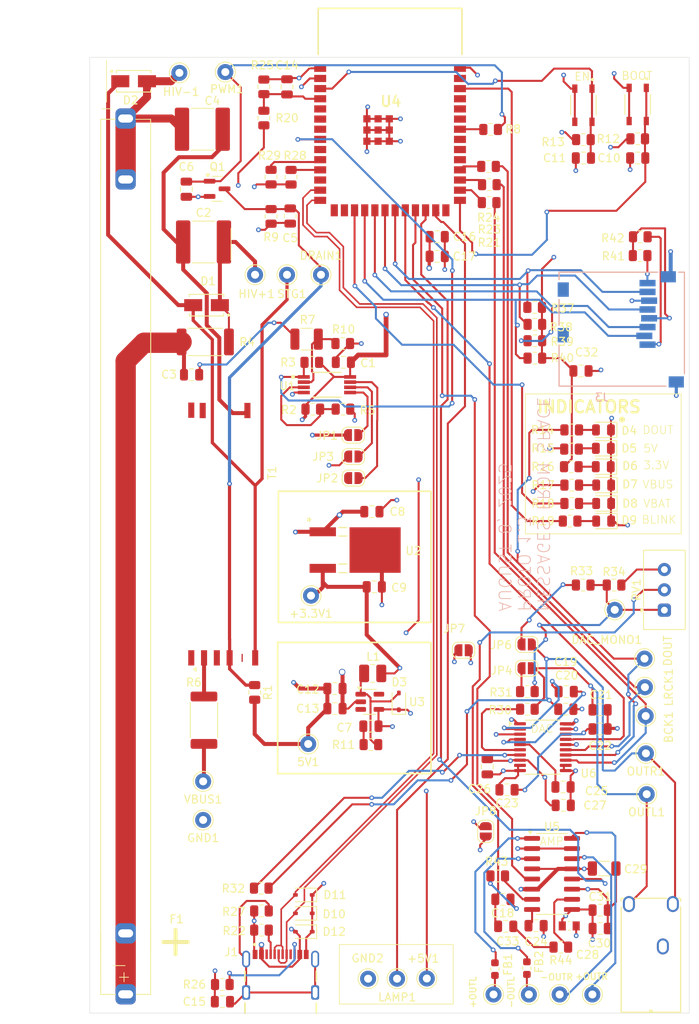
<source format=kicad_pcb>
(kicad_pcb (version 20241229) (generator "pcbnew") (generator_version "9.0")
  (layers (0 "F.Cu" signal) (4 "In1.Cu" signal) (6 "In2.Cu" signal) (2 "B.Cu" signal) (13 "F.Paste" user) (15 "B.Paste" user) (5 "F.SilkS" user "F.Silkscreen") (7 "B.SilkS" user "B.Silkscreen") (1 "F.Mask" user) (3 "B.Mask" user) (25 "Edge.Cuts" user))
  (net 0 "")
  (net 1 "/Power4/ANODE")
  (net 2 "+5V")
  (net 3 "Net-(Q1-D)")
  (net 4 "Net-(D3-A)")
  (net 5 "/Power4/CATHODE")
  (net 6 "/MCU4/SHELL_GND")
  (net 7 "Net-(D1-A)")
  (net 8 "/Audio4/OUTR")
  (net 9 "Net-(Q1-G)")
  (net 11 "Net-(D1-K)")
  (net 13 "/Audio4/OUTL")
  (net 14 "Net-(J3-DAT1)")
  (net 15 "Net-(C2-Pad1)")
  (net 16 "/PWM")
  (net 17 "/MOSI")
  (net 18 "/I2S_LRCK")
  (net 19 "/I2S_DOUT")
  (net 20 "/I2S_BCK")
  (net 21 "/MUTE")
  (net 22 "Net-(C3-Pad2)")
  (net 23 "/MISO")
  (net 24 "/CS")
  (net 27 "/EN")
  (net 28 "Net-(U4-IO4{slash}ADC1_CH3)")
  (net 30 "GND")
  (net 31 "/GPIO40")
  (net 33 "/GPIO38")
  (net 37 "/GPIO39")
  (net 38 "Net-(C7-Pad2)")
  (net 39 "/GPIO42")
  (net 40 "/GPIO16")
  (net 41 "/SCK")
  (net 42 "Net-(D5-A)")
  (net 43 "Net-(J1-CC1)")
  (net 44 "Net-(J1-CC2)")
  (net 45 "Net-(D6-A)")
  (net 46 "Net-(D7-A)")
  (net 47 "Net-(D8-A)")
  (net 48 "Net-(D9-A)")
  (net 50 "Net-(J3-DAT2)")
  (net 52 "Net-(U4-IO35)")
  (net 53 "Net-(JP1-A)")
  (net 54 "Net-(U4-IO36)")
  (net 56 "+3.3V")
  (net 57 "/SDA")
  (net 58 "/SCL")
  (net 59 "/USB_D-")
  (net 60 "/USB_D+")
  (net 61 "/GPIO0")
  (net 62 "VBUS")
  (net 68 "Net-(U4-IO37)")
  (net 69 "AGND")
  (net 70 "Net-(JP2-B)")
  (net 71 "Net-(JP3-A)")
  (net 72 "Net-(U1A-1IN+)")
  (net 73 "Net-(D4-A)")
  (net 74 "/BLINK")
  (net 75 "Net-(R6-Pad1)")
  (net 76 "/BAT_SENSE")
  (net 77 "Net-(U1A-1IN-)")
  (net 78 "/RAD_IN")
  (net 84 "Net-(+OUT_L1-Pad1)")
  (net 85 "/MUTE_AMP")
  (net 86 "/AMP")
  (net 87 "Net-(U5-+OUT_R)")
  (net 88 "Net-(-OUT_L1-Pad1)")
  (net 89 "Net-(U5--OUT_R)")
  (net 90 "/Audio4/DAC_MONO")
  (net 91 "Net-(U6-CAPM)")
  (net 92 "Net-(U6-CAPP)")
  (net 93 "Net-(U6-LDOO)")
  (net 94 "/Audio4/AMP_MONO")
  (net 95 "Net-(U5-VREF)")
  (net 96 "/Audio4/POT_OUTL")
  (net 97 "Net-(U6-VNEG)")
  (net 98 "Net-(U5-+OUT_L)")
  (net 99 "Net-(U5--OUT_L)")
  (net 100 "Net-(JP4-A)")
  (net 101 "Net-(JP6-A)")
  (net 102 "/LAMP")
  (net 103 "Net-(U6-OUTL)")
  (net 104 "Net-(U6-OUTR)")
  (net 105 "PGND")
  (net 106 "Net-(C18-Pad1)")
  (net 107 "Net-(C33-Pad1)")
  (net 108 "/Audio4/POT_OUTR")
  (footprint "Resistor_SMD:R_0805_2012Metric" (layer "F.Cu") (at 64.000008 105.45)
    (property "Reference" "R3")
    (property "Value" "10k")
  )
  (footprint "Resistor_SMD:R_0805_2012Metric" (layer "F.Cu") (at 90.9875 148.825 180)
    (property "Reference" "R30")
    (property "Value" "470R")
  )
  (footprint "Connector_Pin:Pin_D1.0mm_L10.0mm" (layer "F.Cu") (at 105.925 159.45)
    (property "Reference" "OUTL1")
    (property "Value" "TestPoint")
  )
  (footprint "Capacitor_SMD:C_0805_2012Metric" (layer "F.Cu") (at 79.7 92.2)
    (property "Reference" "C17")
    (property "Value" "1uF")
  )
  (footprint "Transformer_SMD:Transformer_Coilcraft_FL2810-1L" (layer "F.Cu") (at 48.5125 110.505 -90)
    (property "Reference" "T1")
    (property "Value" "FL2810-1L")
  )
  (footprint "Resistor_SMD:R_0805_2012Metric" (layer "F.Cu") (at 86.2 85.475 180)
    (property "Reference" "R21")
    (property "Value" "33R")
  )
  (footprint "Resistor_SMD:R_0805_2012Metric" (layer "F.Cu") (at 104.8 77.5 180)
    (property "Reference" "R12")
    (property "Value" "10k")
  )
  (footprint "Diode_SMD:D_SOD-323" (layer "F.Cu") (at 63 174.35 180)
    (property "Reference" "D10")
    (property "Value" "PESD5V0S1BA")
  )
  (footprint "Resistor_SMD:R_0805_2012Metric" (layer "F.Cu") (at 91.925 102.75 180)
    (property "Reference" "R39")
    (property "Value" "4.7k")
  )
  (footprint "Package_TO_SOT_SMD:SOT-23" (layer "F.Cu") (at 52.1375 83.75)
    (property "Reference" "Q1")
    (property "Value" "AO3400A")
  )
  (footprint "Connector_Pin:Pin_D1.0mm_L10.0mm" (layer "F.Cu") (at 50.4 162.675)
    (property "Reference" "GND1")
    (property "Value" "TestPoint")
  )
  (footprint "Resistor_SMD:R_0805_2012Metric" (layer "F.Cu") (at 52.8 183.25 180)
    (property "Reference" "R26")
    (property "Value" "5.1k")
  )
  (footprint "Resistor_SMD:R_0805_2012Metric" (layer "F.Cu") (at 91.9 98.575 180)
    (property "Reference" "R37")
    (property "Value" "4.7k")
  )
  (footprint "Capacitor_SMD:C_0805_2012Metric" (layer "F.Cu") (at 48.95 107)
    (property "Reference" "C3")
    (property "Value" "1000pF")
  )
  (footprint "AP7363_33D_13:TO252-3L_DIO" (layer "F.Cu") (at 71.925 128.925 -90)
    (property "Reference" "U2")
    (property "Value" "AP7363-33D-13")
  )
  (footprint "Connector_Pin:Pin_D1.0mm_L10.0mm" (layer "F.Cu") (at 63.55 153.175)
    (property "Reference" "5V1")
    (property "Value" "TestPoint")
  )
  (footprint "Resistor_SMD:R_0805_2012Metric" (layer "F.Cu") (at 90.9875 146.625 180)
    (property "Reference" "R31")
    (property "Value" "10k")
  )
  (footprint "Resistor_SMD:R_0805_2012Metric" (layer "F.Cu") (at 98 77.6 180)
    (property "Reference" "R13")
    (property "Value" "10k")
  )
  (footprint "ES1H:DIOM4226X244N" (layer "F.Cu") (at 41.7 70.3)
    (property "Reference" "D2")
    (property "Value" "ES1H")
  )
  (footprint "Capacitor_SMD:C_0805_2012Metric" (layer "F.Cu") (at 71.5231 124.125)
    (property "Reference" "C8")
    (property "Value" "10uF")
  )
  (footprint "LED_SMD:LED_0805_2012Metric" (layer "F.Cu") (at 100.5 116.2 180)
    (property "Reference" "D5")
    (property "Value" "YELLOW")
  )
  (footprint "Connector_Pin:Pin_D1.0mm_L10.0mm" (layer "F.Cu") (at 91.175 184.5 -90)
    (property "Reference" "-OUTL")
    (property "Value" "TestPoint")
  )
  (footprint "Fuse:Fuseholder_Clip-7.62mm_Littelfuse" (layer "F.Cu") (at 44.765 184.9225 90)
    (property "Reference" "F1")
    (property "Value" "Clip")
  )
  (footprint "Resistor_SMD:R_0805_2012Metric" (layer "F.Cu") (at 86.225 83.23 180)
    (property "Reference" "R23")
    (property "Value" "33R")
  )
  (footprint "Capacitor_SMD:C_0805_2012Metric" (layer "F.Cu") (at 95.475 160.85)
    (property "Reference" "C27")
    (property "Value" "0.1uF")
  )
  (footprint "Capacitor_SMD:C_0805_2012Metric" (layer "F.Cu") (at 95.85 146.625)
    (property "Reference" "C19")
    (property "Value" "2.2uF")
  )
  (footprint "Resistor_SMD:R_0805_2012Metric" (layer "F.Cu") (at 58.9 87.2 90)
    (property "Reference" "R9")
    (property "Value" "100R")
  )
  (footprint "Capacitor_SMD:C_0805_2012Metric" (layer "F.Cu") (at 66.9 146.24)
    (property "Reference" "C12")
    (property "Value" "10uF")
  )
  (footprint "Capacitor_SMD:C_0805_2012Metric" (layer "F.Cu") (at 95.45 158.55)
    (property "Reference" "C25")
    (property "Value" "2.2uF")
  )
  (footprint "Capacitor_SMD:C_0805_2012Metric" (layer "F.Cu") (at 100.1 173.95)
    (property "Reference" "C31")
    (property "Value" "1uF")
  )
  (footprint "Inductor_SMD:L_0603_1608Metric" (layer "F.Cu") (at 90.925 181.2 90)
    (property "Reference" "FB2")
    (property "Value" "FerriteBead_Small")
  )
  (footprint "Capacitor_SMD:C_2220_5750Metric" (layer "F.Cu") (at 50.45 90.4)
    (property "Reference" "C2")
    (property "Value" "1uF/ 500V")
  )
  (footprint "Potentiometer_THT:Potentiometer_Vishay_T93YA_Vertical" (layer "F.Cu") (at 108.1375 136.44 90)
    (property "Reference" "RV1")
    (property "Value" "R_Potentiometer")
  )
  (footprint "Resistor_SMD:R_0805_2012Metric" (layer "F.Cu") (at 96.4875 118.5 180)
    (property "Reference" "R16")
    (property "Value" "220R")
  )
  (footprint "Connector_Pin:Pin_D1.0mm_L10.0mm" (layer "F.Cu") (at 105.7 146.075)
    (property "Reference" "LRCK1")
    (property "Value" "TestPoint")
  )
  (footprint "Capacitor_SMD:C_0805_2012Metric" (layer "F.Cu") (at 98 79.9)
    (property "Reference" "C11")
    (property "Value" "0.1uF")
  )
  (footprint "Capacitor_SMD:C_0805_2012Metric" (layer "F.Cu") (at 92.075 175.9)
    (property "Reference" "C24")
    (property "Value" "1uF")
  )
  (footprint "Capacitor_SMD:C_2220_5750Metric" (layer "F.Cu") (at 50.3 76.3)
    (property "Reference" "C4")
    (property "Value" "1uF/ 500V")
  )
  (footprint "Resistor_SMD:R_0805_2012Metric" (layer "F.Cu") (at 96.5375 113.9 180)
    (property "Reference" "R14")
    (property "Value" "220R")
  )
  (footprint "Connector_Pin:Pin_D1.0mm_L10.0mm" (layer "F.Cu") (at 65.15 94.5)
    (property "Reference" "DRAIN1")
    (property "Value" "TestPoint")
  )
  (footprint "Jumper:SolderJumper-2_P1.3mm_Open_RoundedPad1.0x1.5mm" (layer "F.Cu") (at 85.775 164.1 90)
    (property "Reference" "JP8")
    (property "Value" "SolderJumper_2_Open")
  )
  (footprint "Resistor_SMD:R_2512_6332Metric" (layer "F.Cu") (at 50.5 150.2 -90)
    (property "Reference" "R6")
    (property "Value" "10R")
  )
  (footprint "LM393BIPWR:PW0008A-MFG" (layer "F.Cu") (at 65.900008 108.25)
    (property "Reference" "U1")
    (property "Value" "LM393BIPWR")
  )
  (footprint "Resistor_SMD:R_0805_2012Metric" (layer "F.Cu") (at 58.9 82.2875 -90)
    (property "Reference" "R29")
    (property "Value" "10k")
  )
  (footprint "Resistor_SMD:R_0805_2012Metric" (layer "F.Cu") (at 57.7 174.05 180)
    (property "Reference" "R27")
    (property "Value" "1M")
  )
  (footprint "Inductor_SMD:L_1008_2520Metric" (layer "F.Cu") (at 71.625 144.35 180)
    (property "Reference" "L1")
    (property "Value" "2.2uH")
  )
  (footprint "GRMJN7R61C206ME05D:CAPC1810X80N" (layer "F.Cu") (at 96.225 175.925)
    (property "Reference" "C28")
    (property "Value" "20uF")
  )
  (footprint "Connector_Pin:Pin_D1.0mm_L10.0mm" (layer "F.Cu") (at 78.4 182.5 90)
    (property "Reference" "+5V1")
    (property "Value" "TestPoint")
  )
  (footprint "STX_3000:STX-3000_KYC" (layer "F.Cu") (at 107.950124 178.490435 180)
    (property "Reference" "J2" (hide yes))
    (property "Value" "AUDIO JACK")
  )
  (footprint "Diode_SMD:D_SOD-323" (layer "F.Cu") (at 63 176.65 180)
    (property "Reference" "D12")
    (property "Value" "PESD5V0S1BA")
  )
  (footprint "Resistor_SMD:R_0805_2012Metric" (layer "F.Cu") (at 96.5375 120.8 180)
    (property "Reference" "R17")
    (property "Value" "220R")
  )
  (footprint "Capacitor_SMD:C_0805_2012Metric" (layer "F.Cu") (at 79.7 89.74)
    (property "Reference" "C16")
    (property "Value" "10uF")
  )
  (footprint "Resistor_SMD:R_0805_2012Metric" (layer "F.Cu") (at 71.4 153.25)
    (property "Reference" "R11")
    (property "Value" "10R")
  )
  (footprint "Resistor_SMD:R_0805_2012Metric" (layer "F.Cu") (at 86.125 80.95 180)
    (property "Reference" "R24")
    (property "Value" "33R")
  )
  (footprint "Jumper:SolderJumper-2_P1.3mm_Open_RoundedPad1.0x1.5mm" (layer "F.Cu") (at 69.2 119.925)
    (property "Reference" "JP2")
    (property "Value" "SolderJumper_2_Open")
  )
  (footprint "Resistor_SMD:R_0805_2012Metric" (layer "F.Cu") (at 105.1 92.1 180)
    (property "Reference" "R41")
    (property "Value" "4.7k")
  )
  (footprint "Capacitor_SMD:C_1206_3216Metric" (layer "F.Cu") (at 100.6 168.75)
    (property "Reference" "C29")
    (property "Value" "220uF")
  )
  (footprint "Capacitor_SMD:C_0805_2012Metric" (layer "F.Cu") (at 88.4375 158.9 180)
    (property "Reference" "C23")
    (property "Value" "0.1uF")
  )
  (footprint "Jumper:SolderJumper-2_P1.3mm_Open_RoundedPad1.0x1.5mm" (layer "F.Cu") (at 83 141.45 180)
    (property "Reference" "JP7")
    (property "Value" "SolderJumper_2_Open")
  )
  (footprint "Jumper:SolderJumper-2_P1.3mm_Open_RoundedPad1.0x1.5mm" (layer "F.Cu") (at 69.2 117.225 180)
    (property "Reference" "JP3")
    (property "Value" "SolderJumper_2_Open")
  )
  (footprint "Package_SO:SOP-16_3.9x9.9mm_P1.27mm" (layer "F.Cu") (at 94.075 169.425)
    (property "Reference" "U5")
    (property "Value" "PAM8406DR")
  )
  (footprint "LED_SMD:LED_0805_2012Metric" (layer "F.Cu") (at 100.4875 118.5 180)
    (property "Reference" "D6")
    (property "Value" "YELLOW")
  )
  (footprint "Connector_Pin:Pin_D1.0mm_L10.0mm" (layer "F.Cu") (at 50.4 157.85)
    (property "Reference" "VBUS1")
    (property "Value" "TestPoint")
  )
  (footprint "Connector_Pin:Pin_D1.0mm_L10.0mm" (layer "F.Cu") (at 105.825 154.35)
    (property "Reference" "OUTR1")
    (property "Value" "TestPoint")
  )
  (footprint "Resistor_SMD:R_0805_2012Metric" (layer "F.Cu") (at 57.675 171.2 180)
    (property "Reference" "R32")
    (property "Value" "470R")
  )
  (footprint "Resistor_SMD:R_0805_2012Metric" (layer "F.Cu") (at 91.925 100.7 180)
    (property "Reference" "R38")
    (property "Value" "4.7k")
  )
  (footprint "Resistor_SMD:R_0805_2012Metric" (layer "F.Cu") (at 58 71 -90)
    (property "Reference" "R25")
    (property "Value" "10k")
  )
  (footprint "Diode_SMD:D_SOD-323" (layer "F.Cu") (at 63 172.05 180)
    (property "Reference" "D11")
    (property "Value" "PESD5V0S1BA")
  )
  (footprint "Connector_Pin:Pin_D1.0mm_L10.0mm" (layer "F.Cu") (at 47.425 69.25)
    (property "Reference" "HIV-1")
    (property "Value" "TestPoint")
  )
  (footprint "Capacitor_SMD:C_0805_2012Metric" (layer "F.Cu") (at 87.925 172.6 180)
    (property "Reference" "C18")
    (property "Value" "1uF")
  )
  (footprint "Connector_Pin:Pin_D1.0mm_L10.0mm" (layer "F.Cu") (at 105.65 142.5)
    (property "Reference" "DOUT1" (hide yes))
    (property "Value" "TestPoint")
  )
  (footprint "Resistor_SMD:R_0805_2012Metric" (layer "F.Cu") (at 57.7 176.45 180)
    (property "Reference" "R22")
    (property "Value" "5.1k")
  )
  (footprint "ES1H:DIOM4226X244N" (layer "F.Cu") (at 50.825 98.3 180)
    (property "Reference" "D1")
    (property "Value" "ES1H")
  )
  (footprint "Resistor_SMD:R_0805_2012Metric" (layer "F.Cu") (at 86.3875 76.33 180)
    (property "Reference" "R8")
    (property "Value" "1K")
  )
  (footprint "Capacitor_SMD:C_0805_2012Metric" (layer "F.Cu") (at 97.7 106.525)
    (property "Reference" "C32")
    (property "Value" "1uF")
  )
  (footprint "Resistor_SMD:R_2512_6332Metric" (layer "F.Cu") (at 50.6625 102.9)
    (property "Reference" "R4")
    (property "Value" "560k, 1M")
  )
  (footprint "Resistor_SMD:R_0805_2012Metric" (layer "F.Cu") (at 95.175 178.575 180)
    (property "Reference" "R44")
    (property "Value" "10k")
  )
  (footprint "SKRPABE010:SW_SKRPABE010" (layer "F.Cu") (at 104.8 73.2 -90)
    (property "Reference" "S1" (hide yes))
    (property "Value" "SKRPABE010" (hide yes))
  )
  (footprint "Resistor_SMD:R_0805_2012Metric" (layer "F.Cu") (at 105.125 89.75 180)
    (property "Reference" "R42")
    (property "Value" "4.7k")
  )
  (footprint "Connector_Pin:Pin_D1.0mm_L10.0mm" (layer "F.Cu") (at 99.125 184.5 -90)
    (property "Reference" "+OUTR")
    (property "Value" "TestPoint")
  )
  (footprint "Resistor_SMD:R_0805_2012Metric" (layer "F.Cu") (at 96.5125 116.3 180)
    (property "Reference" "R15")
    (property "Value" "220R")
  )
  (footprint "Capacitor_SMD:C_0805_2012Metric" (layer "F.Cu") (at 95.8 148.825)
    (property "Reference" "C20")
    (property "Value" "2.2nF")
  )
  (footprint "Capacitor_SMD:C_0805_2012Metric" (layer "F.Cu") (at 85.975 156.025 -90)
    (property "Reference" "C26")
    (property "Value" "10uF")
  )
  (footprint "Capacitor_SMD:C_0805_2012Metric" (layer "F.Cu") (at 67.950008 105.44)
    (property "Reference" "C1")
    (property "Value" "0.1uF")
  )
  (footprint "Resistor_SMD:R_1210_3225Metric" (layer "F.Cu") (at 63.35 102.55 180)
    (property "Reference" "R7")
    (property "Value" "1M")
  )
  (footprint "Capacitor_SMD:C_0805_2012Metric" (layer "F.Cu") (at 100.0875 151.3)
    (property "Reference" "C22")
    (property "Value" "10uF")
  )
  (footprint "Resistor_SMD:R_0805_2012Metric" (layer "F.Cu") (at 96.5375 123.1 180)
    (property "Reference" "R18")
    (property "Value" "220R")
  )
  (footprint "Capacitor_SMD:C_0805_2012Metric" (layer "F.Cu") (at 100.1 176.25)
    (property "Reference" "C30")
    (property "Value" "0.1uF")
  )
  (footprint "SKRPABE010:SW_SKRPABE010" (layer "F.Cu") (at 98 73.3 -90)
    (property "Reference" "S2" (hide yes))
    (property "Value" "SKRPABE010" (hide yes))
  )
  (footprint "Package_TO_SOT_SMD:SOT-23-5" (layer "F.Cu") (at 71.2625 147.9)
    (property "Reference" "U3")
    (property "Value" "TPS613222ADBV")
  )
  (footprint "Resistor_SMD:R_0805_2012Metric" (layer "F.Cu") (at 61.4 82.3 -90)
    (property "Reference" "R28")
    (property "Value" "10k")
  )
  (footprint "Jumper:SolderJumper-2_P1.3mm_Open_RoundedPad1.0x1.5mm" (layer "F.Cu") (at 90.9 143.7)
    (property "Reference" "JP4")
    (property "Value" "SolderJumper_2_Open")
  )
  (footprint "Connector_Pin:Pin_D1.0mm_L10.0mm" (layer "F.Cu") (at 105.8 149.675)
    (property "Reference" "BCK1")
    (property "Value" "TestPoint")
  )
  (footprint "Capacitor_SMD:C_0805_2012Metric" (layer "F.Cu") (at 66.9 148.75)
    (property "Reference" "C13")
    (property "Value" "10uF")
  )
  (footprint "Connector_Pin:Pin_D1.0mm_L10.0mm" (layer "F.Cu") (at 60.9 94.5)
    (property "Reference" "STG1")
    (property "Value" "TestPoint")
  )
  (footprint "Jumper:SolderJumper-2_P1.3mm_Open_RoundedPad1.0x1.5mm" (layer "F.Cu") (at 69.175 114.55 180)
    (property "Reference" "JP1")
    (property "Value" "SolderJumper_2_Open")
  )
  (footprint "LED_SMD:LED_0805_2012Metric" (layer "F.Cu") (at 100.5375 123.1 180)
    (property "Reference" "D8")
    (property "Value" "YELLOW")
  )
  (footprint "Capacitor_SMD:C_0805_2012Metric" (layer "F.Cu") (at 61.3 87.15 -90)
    (property "Reference" "C5")
    (property "Value" "1000pF")
  )
  (footprint "Capacitor_SMD:C_0805_2012Metric" (layer "F.Cu") (at 48.3 83.8 -90)
    (property "Reference" "C6")
    (property "Value" "100pF")
  )
  (footprint "Capacitor_SMD:C_0805_2012Metric" (layer "F.Cu") (at 71.8231 133.525)
    (property "Reference" "C9")
    (property "Value" "10uF")
  )
  (footprint "Connector_Pin:Pin_D1.0mm_L10.0mm" (layer "F.Cu") (at 63.9 134.625)
    (property "Reference" "+3.3V1")
    (property "Value" "TestPoint")
  )
  (footprint "USB4105-GF-A:GCT_USB4105-GF-A" (layer "F.Cu") (at 60.1 184.25)
    (property "Reference" "J1")
    (property "Value" "USB4105-GF-A")
  )
  (footprint "Connector_Pin:Pin_D1.0mm_L10.0mm" (layer "F.Cu") (at 74.675 182.525 90)
    (property "Reference" "LAMP1")
    (property "Value" "TestPoint")
  )
  (footprint "Resistor_SMD:R_0805_2012Metric" (layer "F.Cu") (at 101.8375 133.3)
    (property "Reference" "R34")
    (property "Value" "10k")
  )
  (footprint "Connector_Pin:Pin_D1.0mm_L10.0mm" (layer "F.Cu") (at 53.175 69.15)
    (property "Reference" "PWM1")
    (property "Value" "TestPoint")
  )
  (footprint "Connector_Pin:Pin_D1.0mm_L10.0mm" (layer "F.Cu") (at 71.05 182.525)
    (property "Reference" "GND2")
    (property "Value" "TestPoint")
  )
  (footprint "Capacitor_SMD:C_0805_2012Metric" (layer "F.Cu") (at 100.0875 148.9)
    (property "Reference" "C21")
    (property "Value" "2.2nF")
  )
  (footprint "Resistor_SMD:R_0805_2012Metric" (layer "F.Cu") (at 64.125 111.3 180)
    (property "Reference" "R2")
    (property "Value" "22k")
  )
  (footprint "Jumper:SolderJumper-2_P1.3mm_Open_RoundedPad1.0x1.5mm" (layer "F.Cu") (at 90.9 140.725)
    (property "Reference" "JP6")
    (property "Value" "SolderJumper_2_Open")
  )
  (footprint "Resistor_SMD:R_0805_2012Metric" (layer "F.Cu") (at 58 74.9 -90)
    (property "Reference" "R20")
    (property "Value" "2.7k")
  )
  (footprint "Resistor_SMD:R_0805_2012Metric" (layer "F.Cu") (at 96.3375 125.3 180)
    (property "Reference" "R19")
    (property "Value" "220R")
  )
  (footprint "Capacitor_SMD:C_0805_2012Metric" (layer "F.Cu") (at 60.9 71 90)
    (property "Reference" "C14")
    (property "Value" "0.1uF")
  )
  (footprint "LED_SMD:LED_0805_2012Metric" (layer "F.Cu") (at 100.5375 120.8 180)
    (property "Reference" "D7")
    (property "Value" "BLUE")
  )
  (footprint "Package_SO:TSSOP-20_4.4x6.5mm_P0.65mm" (layer "F.Cu") (at 92.925 153.575)
    (property "Reference" "U6")
    (property "Value" "PCM5102")
  )
  (footprint "LED_SMD:LED_0805_2012Metric" (layer "F.Cu") (at 100.5375 125.3 180)
    (property "Reference" "D9")
    (property "Value" "YELLOW")
  )
  (footprint "Resistor_SMD:R_0805_2012Metric" (layer "F.Cu") (at 87.275 169.675 180)
    (property "Reference" "R43")
    (property "Value" "10k")
  )
  (footprint "Connector_Pin:Pin_D1.0mm_L10.0mm" (layer "F.Cu") (at 86.75 184.5 -90)
    (property "Reference" "+OUTL")
    (property "Value" "TestPoint")
  )
  (footprint "Resistor_SMD:R_0805_2012Metric" (layer "F.Cu") (at 67.9 111.3 180)
    (property "Reference" "R5")
    (property "Value" "10k")
  )
  (footprint "Resistor_SMD:R_0805_2012Metric" (layer "F.Cu") (at 91.925 104.925 180)
    (property "Reference" "R40")
    (property "Value" "4.7k")
  )
  (footprint "LED_SMD:LED_0805_2012Metric" (layer "F.Cu") (at 100.5125 113.9 180)
    (property "Reference" "D4")
    (property "Value" "YELLOW")
  )
  (footprint "KiCad:ESP32S3WROOM1N8R2" (layer "F.Cu") (at 73.8 73.94)
    (property "Reference" "U4")
    (property "Value" "ESP32-S3-WROOM-1-N8" (hide yes))
  )
  (footprint "Connector_Pin:Pin_D1.0mm_L10.0mm" (layer "F.Cu") (at 95.025 184.5 -90)
    (property "Reference" "-OUTR")
    (property "Value" "TestPoint")
  )
  (footprint "Connector_Pin:Pin_D1.0mm_L10.0mm" (layer "F.Cu") (at 56.9 94.5)
    (property "Reference" "HIV+1")
    (property "Value" "TestPoint")
  )
  (footprint "Resistor_SMD:R_0805_2012Metric" (layer "F.Cu") (at 67.875 103.1 180)
    (property "Reference" "R10")
    (property "Value" "10k")
  )
  (footprint "Inductor_SMD:L_0603_1608Metric" (layer "F.Cu") (at 86.925 181.325 90)
    (property "Reference" "FB1")
    (property "Value" "FerriteBead_Small")
  )
  (footprint "Resistor_SMD:R_0805_2012Metric" (layer "F.Cu") (at 56.85 146.725 -90)
    (property "Reference" "R1")
    (property "Value" "220R")
  )
  (footprint "Connector_Pin:Pin_D1.0mm_L10.0mm" (layer "F.Cu") (at 101.925 136.4)
    (property "Reference" "DAC_MONO1")
    (property "Value" "TestPoint")
  )
  (footprint "Capacitor_SMD:C_0805_2012Metric" (layer "F.Cu") (at 104.8 79.9)
    (property "Reference" "C10")
    (property "Value" "0.1uF")
  )
  (footprint "Capacitor_SMD:C_0805_2012Metric" (layer "F.Cu") (at 71.4 150.95 180)
    (property "Reference" "C7")
    (property "Value" "120pF")
  )
  (footprint "Capacitor_SMD:C_0805_2012Metric" (layer "F.Cu") (at 88.275 175.975 180)
    (property "Reference" "C33")
    (property "Value" "1uF")
  )
  (footprint "Capacitor_SMD:C_0805_2012Metric" (layer "F.Cu") (at 52.8125 185.4)
    (property "Reference" "C15")
    (property "Value" "0.01uF")
  )
  (footprint "Diode_SMD:D_SOD-323" (layer "F.Cu") (at 74.9 147.85 90)
    (property "Reference" "D3")
    (property "Value" "D_Schottky")
  )
  (footprint "Resistor_SMD:R_0805_2012Metric" (layer "F.Cu") (at 97.975 133.3 180)
    (property "Reference" "R33")
    (property "Value" "10k")
  )
  (footprint "MEM2061 SD CARD CONNECTOR:MEM2061-01-188-00-A_GCT" (layer "B.Cu") (at 102.8 101.3 -90)
    (property "Reference" "J3")
    (property "Value" "MEM2061-01-188-00-A")
  )
  (gr_poly (pts (xy 78.925 140.475) (xy 78.925 156.875) (xy 59.725 156.875) (xy 59.725 140.475)) (stroke (width 0.2)) (fill no) (layer "F.SilkS"))
  (gr_line (start 67.45 178.25) (end 67.45 185.7) (stroke (width 0.1)) (layer "F.SilkS"))
  (gr_line (start 110.2375 126.9) (end 110.2375 109.4) (stroke (width 0.1)) (layer "F.SilkS"))
  (gr_line (start 81.7 178.25) (end 67.45 178.25) (stroke (width 0.1)) (layer "F.SilkS"))
  (gr_line (start 81.7 185.7) (end 81.7 178.25) (stroke (width 0.1)) (layer "F.SilkS"))
  (gr_line (start 67.45 185.7) (end 81.7 185.7) (stroke (width 0.1)) (layer "F.SilkS"))
  (gr_line (start 90.7375 109.4) (end 90.7375 126.9) (stroke (width 0.1)) (layer "F.SilkS"))
  (gr_poly (pts (xy 78.925 121.575) (xy 78.925 137.975) (xy 59.825 137.975) (xy 59.825 121.575)) (stroke (width 0.2)) (fill no) (layer "F.SilkS"))
  (gr_line (start 90.7375 126.9) (end 110.2375 126.9) (stroke (width 0.1)) (layer "F.SilkS"))
  (gr_line (start 38.3 67.7) (end 38.3 72.9) (stroke (width 0.1)) (layer "F.SilkS"))
  (gr_line (start 53.9 88.7) (end 53.9 92.7) (stroke (width 0.1)) (layer "F.SilkS"))
  (gr_circle (center 102.8375 112.6) (end 103.153728 112.6) (stroke (width 0.1)) (fill yes) (layer "F.SilkS"))
  (gr_line (start 110.2375 109.4) (end 90.7375 109.4) (stroke (width 0.1)) (layer "F.SilkS"))
  (gr_rect (start 36.2 67.3) (end 111.25 186.825) (stroke (width 0.05)) (fill no) (layer "Edge.Cuts"))
  (gr_text "-" (at 37.3 74.5 0) (layer "F.SilkS") (effects (font (size 1.5 1.5) (thickness 0.1)) (justify left bottom)))
  (gr_text "+" (at 49.75 179.975 0) (layer "F.SilkS") (effects (font (size 4 4) (thickness 0.5) (bold yes)) (justify left bottom mirror)))
  (gr_text "DOUT" (at 105.3375 114.5 0) (layer "F.SilkS") (effects (font (size 1 1) (thickness 0.1)) (justify left bottom)))
  (gr_text "VBAT" (at 105.4375 123.7 0) (layer "F.SilkS") (effects (font (size 1 1) (thickness 0.1)) (justify left bottom)))
  (gr_text "VBUS" (at 105.3375 121.3 0) (layer "F.SilkS") (effects (font (size 1 1) (thickness 0.1)) (justify left bottom)))
  (gr_text "INDICATORS" (at 92.0375 111.9 0) (layer "F.SilkS") (effects (font (size 1.5 1.5) (thickness 0.3) (bold yes)) (justify left bottom)))
  (gr_text "AMP" (at 92.475 165.925 0) (layer "F.SilkS") (effects (font (size 1 1) (thickness 0.1)) (justify left bottom)))
  (gr_text "+" (at 39.5 183.1 0) (layer "F.SilkS") (effects (font (size 1.5 1.5) (thickness 0.1)) (justify left bottom)))
  (gr_text "EN" (at 96.8 70.3 0) (layer "F.SilkS") (effects (font (size 1 1) (thickness 0.125)) (justify left bottom)))
  (gr_text "5V" (at 105.4375 116.8 0) (layer "F.SilkS") (effects (font (size 1 1) (thickness 0.1)) (justify left bottom)))
  (gr_text "DAC" (at 91.35 151.85 0) (layer "F.SilkS") (effects (font (size 1 1) (thickness 0.1)) (justify left bottom)))
  (gr_text "BOOT" (at 102.7 70.2 0) (layer "F.SilkS") (effects (font (size 1 1) (thickness 0.125)) (justify left bottom)))
  (gr_text "BLINK" (at 105.2375 125.7 0) (layer "F.SilkS") (effects (font (size 1 1) (thickness 0.1)) (justify left bottom)))
  (gr_text "DOUT" (at 108.575 141.525 90) (layer "F.SilkS") (effects (font (size 1 1))))
  (gr_text "3.3V" (at 105.4375 118.9 0) (layer "F.SilkS") (effects (font (size 1 1) (thickness 0.1)) (justify left bottom)))
  (gr_text "MESSAGES FROM SPACE\nPROTO 1.3\nAUGUST 8, 2025" (at 87.25 136.7 270) (layer "B.SilkS") (effects (font (size 1.5 1.5) (thickness 0.1)) (justify left bottom mirror)))
  (segment (start 40.7 176.8575) (end 40.7 105.3) (width 2.54) (layer "F.Cu") (net 1))
  (segment (start 40.7 184.4775) (end 40.7 176.8575) (width 2.54) (layer "F.Cu") (net 1))
  (segment (start 48 107) (end 48 103.2) (width 0.5) (layer "F.Cu") (net 1))
  (segment (start 47.6 103) (end 47.7 102.9) (width 2.54) (layer "F.Cu") (net 1))
  (segment (start 40.7 105.3) (end 43 103) (width 2.54) (layer "F.Cu") (net 1))
  (segment (start 43 103) (end 47.6 103) (width 2.54) (layer "F.Cu") (net 1))
  (segment (start 48 103.2) (end 47.7 102.9) (width 0.254) (layer "F.Cu") (net 1))
  (segment (start 77.375 120.125) (end 77.375 137.7) (width 0.254) (layer "F.Cu") (net 2))
  (segment (start 65.95 146.24) (end 62.49 146.24) (width 0.5) (layer "F.Cu") (net 2))
  (segment (start 56.85 151.95) (end 58.075 153.175) (width 0.5) (layer "F.Cu") (net 2))
  (segment (start 62.49 146.24) (end 61.725 145.475) (width 0.5) (layer "F.Cu") (net 2))
  (segment (start 78.4 182.5) (end 78.4 159.125) (width 0.254) (layer "F.Cu") (net 2))
  (segment (start 95.5 116.2) (end 95.6 116.3) (width 0.254) (layer "F.Cu") (net 2))
  (segment (start 56.85 147.6375) (end 56.85 151.95) (width 0.5) (layer "F.Cu") (net 2))
  (segment (start 74.9 148.9) (end 75.975 148.9) (width 0.254) (layer "F.Cu") (net 2))
  (segment (start 76.3625 149.3375) (end 76.325 149.3) (width 0.254) (layer "F.Cu") (net 2))
  (segment (start 72.4 148.85) (end 74.85 148.85) (width 0.254) (layer "F.Cu") (net 2))
  (segment (start 93.775 116.2) (end 95.5 116.2) (width 0.254) (layer "F.Cu") (net 2))
  (segment (start 72.35 150.95) (end 72.35 148.9) (width 0.254) (layer "F.Cu") (net 2))
  (segment (start 65.95 146.24) (end 65.95 148.75) (width 0.5) (layer "F.Cu") (net 2))
  (segment (start 72.35 150.95) (end 74.05 150.95) (width 0.254) (layer "F.Cu") (net 2))
  (segment (start 74.05 150.95) (end 74.1 151) (width 0.254) (layer "F.Cu") (net 2))
  (segment (start 65.95 148.75) (end 63.55 151.15) (width 0.5) (layer "F.Cu") (net 2))
  (segment (start 74.85 148.85) (end 74.9 148.9) (width 0.254) (layer "F.Cu") (net 2))
  (segment (start 75.975 148.9) (end 76.5 149.425) (width 0.254) (layer "F.Cu") (net 2))
  (segment (start 77.375 137.7) (end 75.8 139.275) (width 0.254) (layer "F.Cu") (net 2))
  (segment (start 58.075 153.175) (end 63.55 153.175) (width 0.5) (layer "F.Cu") (net 2))
  (segment (start 72.35 148.9) (end 72.4 148.85) (width 0.254) (layer "F.Cu") (net 2))
  (segment (start 63.55 151.15) (end 63.55 153.175) (width 0.5) (layer "F.Cu") (net 2))
  (segment (start 78.4 159.125) (end 78.325 159.05) (width 0.254) (layer "F.Cu") (net 2))
  (segment (start 76.45 149.425) (end 76.3625 149.3375) (width 0.254) (layer "F.Cu") (net 2))
  (via (at 77.375 120.125) (size 0.6) (drill 0.3) (layers "F.Cu" "B.Cu") (net 2))
  (via (at 93.775 116.2) (size 0.6) (drill 0.3) (layers "F.Cu" "B.Cu") (net 2))
  (via (at 78.325 159.05) (size 0.6) (drill 0.3) (layers "F.Cu" "B.Cu") (net 2))
  (via (at 74.1 151) (size 0.6) (drill 0.3) (layers "F.Cu" "B.Cu") (net 2))
  (via (at 61.725 145.475) (size 0.6) (drill 0.3) (layers "F.Cu" "B.Cu") (net 2))
  (via (at 75.8 139.275) (size 0.6) (drill 0.3) (layers "F.Cu" "B.Cu") (net 2))
  (via (at 76.3625 149.3375) (size 0.6) (drill 0.3) (layers "F.Cu" "B.Cu") (net 2))
  (segment (start 53.7125 140.0875) (end 53.7125 142.405) (width 0.4) (layer "F.Cu") (net 3))
  (segment (start 53.7 140.075) (end 53.7 120.625) (width 0.4) (layer "F.Cu") (net 3))
  (segment (start 55.6125 86.2875) (end 53.075 83.75) (width 0.254) (layer "F.Cu") (net 3))
  (segment (start 62.375 90.825) (end 65.15 93.6) (width 0.254) (layer "F.Cu") (net 3))
  (segment (start 58.9 86.2875) (end 55.6125 86.2875) (width 0.254) (layer "F.Cu") (net 3))
  (segment (start 55.7375 145.8125) (end 56.85 145.8125) (width 0.4) (layer "F.Cu") (net 3))
  (segment (start 61.3 86.2) (end 61.8 86.2) (width 0.254) (layer "F.Cu") (net 3))
  (segment (start 65.15 93.6) (end 65.15 94.5) (width 0.254) (layer "F.Cu") (net 3))
  (segment (start 53.7125 143.7875) (end 55.7375 145.8125) (width 0.4) (layer "F.Cu") (net 3))
  (segment (start 53.7 140.075) (end 53.7125 140.0875) (width 0.4) (layer "F.Cu") (net 3))
  (segment (start 62.375 86.775) (end 62.375 90.825) (width 0.254) (layer "F.Cu") (net 3))
  (segment (start 61.8 86.2) (end 62.375 86.775) (width 0.254) (layer "F.Cu") (net 3))
  (segment (start 58.9 86.2875) (end 61.2125 86.2875) (width 0.254) (layer "F.Cu") (net 3))
  (segment (start 53.7125 142.405) (end 53.7125 143.7875) (width 0.4) (layer "F.Cu") (net 3))
  (via (at 53.7 120.625) (size 0.6) (drill 0.3) (layers "F.Cu" "B.Cu") (net 3))
  (segment (start 65.15 95.9) (end 65.15 94.5) (width 0.4) (layer "B.Cu") (net 3))
  (segment (start 53.725 107.325) (end 65.15 95.9) (width 0.4) (layer "B.Cu") (net 3))
  (segment (start 53.7 120.625) (end 53.7 107.35) (width 0.4) (layer "B.Cu") (net 3))
  (segment (start 73.85 147.85) (end 74.9 146.8) (width 0.254) (layer "F.Cu") (net 4))
  (segment (start 71.35 147.85) (end 71.35 147.4) (width 0.254) (layer "F.Cu") (net 4))
  (segment (start 70.125 144.775) (end 70.55 144.35) (width 0.254) (layer "F.Cu") (net 4))
  (segment (start 71.35 147.85) (end 73.85 147.85) (width 0.254) (layer "F.Cu") (net 4))
  (segment (start 70.125 146.95) (end 70.125 144.775) (width 0.254) (layer "F.Cu") (net 4))
  (segment (start 70.9 146.95) (end 70.125 146.95) (width 0.254) (layer "F.Cu") (net 4))
  (segment (start 71.35 152.625) (end 71.35 147.85) (width 0.254) (layer "F.Cu") (net 4))
  (segment (start 71.975 153.25) (end 71.35 152.625) (width 0.254) (layer "F.Cu") (net 4))
  (segment (start 71.35 147.4) (end 70.9 146.95) (width 0.254) (layer "F.Cu") (net 4))
  (segment (start 72.3125 153.25) (end 71.975 153.25) (width 0.254) (layer "F.Cu") (net 4))
  (segment (start 40.695 74.9625) (end 46.4125 74.9625) (width 1) (layer "F.Cu") (net 5))
  (segment (start 46.375 70.3) (end 47.425 69.25) (width 1) (layer "F.Cu") (net 5))
  (segment (start 43.37 70.3) (end 43.37 72.2875) (width 1) (layer "F.Cu") (net 5))
  (segment (start 43.37 72.2875) (end 40.695 74.9625) (width 1) (layer "F.Cu") (net 5))
  (segment (start 43.37 70.3) (end 46.375 70.3) (width 1) (layer "F.Cu") (net 5))
  (segment (start 40.695 74.9625) (end 40.695 82.5825) (width 2.54) (layer "F.Cu") (net 5))
  (segment (start 46.4125 74.9625) (end 47.75 76.3) (width 1) (layer "F.Cu") (net 5))
  (segment (start 55.78 184.25) (end 64.42 184.25) (width 0.254) (layer "F.Cu") (net 6))
  (segment (start 58.175 172.8) (end 55.85 172.8) (width 0.254) (layer "F.Cu") (net 6))
  (segment (start 53.7625 185.65) (end 54.38 185.65) (width 0.254) (layer "F.Cu") (net 6))
  (segment (start 54.38 185.65) (end 55.78 184.25) (width 0.254) (layer "F.Cu") (net 6))
  (segment (start 54.975 173.675) (end 54.975 179.265) (width 0.254) (layer "F.Cu") (net 6))
  (segment (start 64.42 184.25) (end 64.42 180.07) (width 0.254) (layer "F.Cu") (net 6))
  (segment (start 58.6125 173.2375) (end 58.175 172.8) (width 0.254) (layer "F.Cu") (net 6))
  (segment (start 58.6125 174.05) (end 58.6125 173.2375) (width 0.254) (layer "F.Cu") (net 6))
  (segment (start 55.85 172.8) (end 54.975 173.675) (width 0.254) (layer "F.Cu") (net 6))
  (segment (start 54.975 179.265) (end 55.78 180.07) (width 0.254) (layer "F.Cu") (net 6))
  (segment (start 55.78 180.07) (end 55.78 184.25) (width 0.254) (layer "F.Cu") (net 6))
  (segment (start 57.775 120) (end 56.9125 120.8625) (width 0.4) (layer "F.Cu") (net 7))
  (segment (start 38.5 71.83) (end 40.03 70.3) (width 0.5) (layer "F.Cu") (net 7))
  (segment (start 51.55 102.6) (end 49.155 100.205) (width 0.4) (layer "F.Cu") (net 7))
  (segment (start 54.4625 118.4125) (end 51.55 115.5) (width 0.4) (layer "F.Cu") (net 7))
  (segment (start 49.155 100.205) (end 49.155 98.3) (width 0.4) (layer "F.Cu") (net 7))
  (segment (start 51.55 115.5) (end 51.55 102.6) (width 0.4) (layer "F.Cu") (net 7))
  (segment (start 47.3 98.3) (end 38.5 89.5) (width 0.5) (layer "F.Cu") (net 7))
  (segment (start 49.155 98.3) (end 47.3 98.3) (width 0.5) (layer "F.Cu") (net 7))
  (segment (start 60.9 94.5) (end 60.9 97.625) (width 0.4) (layer "F.Cu") (net 7))
  (segment (start 56.9125 142.405) (end 56.9125 120.8625) (width 0.4) (layer "F.Cu") (net 7))
  (segment (start 56.9125 120.8625) (end 54.4625 118.4125) (width 0.4) (layer "F.Cu") (net 7))
  (segment (start 38.5 89.5) (end 38.5 71.83) (width 0.5) (layer "F.Cu") (net 7))
  (segment (start 57.775 100.75) (end 57.775 120) (width 0.4) (layer "F.Cu") (net 7))
  (segment (start 60.9 97.625) (end 57.775 100.75) (width 0.4) (layer "F.Cu") (net 7))
  (segment (start 109.475 158) (end 109.475 172.56525) (width 0.254) (layer "F.Cu") (net 8))
  (segment (start 91.55 140.725) (end 93.375 142.55) (width 0.254) (layer "F.Cu") (net 8))
  (segment (start 83.425 155.725) (end 83.425 149.1) (width 0.254) (layer "F.Cu") (net 8))
  (segment (start 81.425 157.725) (end 83.425 155.725) (width 0.254) (layer "F.Cu") (net 8))
  (segment (start 58.5875 171.2) (end 69.0625 160.725) (width 0.254) (layer "F.Cu") (net 8))
  (segment (start 109.475 172.56525) (end 108.849817 173.190433) (width 0.254) (layer "F.Cu") (net 8))
  (segment (start 93.725 147.7) (end 94.85 148.825) (width 0.254) (layer "F.Cu") (net 8))
  (segment (start 69.0625 160.725) (end 71.5 160.725) (width 0.254) (layer "F.Cu") (net 8))
  (segment (start 94.85 148.825) (end 94.85 149.15) (width 0.254) (layer "F.Cu") (net 8))
  (segment (start 105.825 154.35) (end 109.475 158) (width 0.254) (layer "F.Cu") (net 8))
  (via (at 83.425 149.1) (size 0.6) (drill 0.3) (layers "F.Cu" "B.Cu") (net 8))
  (via (at 81.425 157.725) (size 0.6) (drill 0.3) (layers "F.Cu" "B.Cu") (net 8))
  (via (at 93.725 147.7) (size 0.6) (drill 0.3) (layers "F.Cu" "B.Cu") (net 8))
  (via (at 71.5 160.725) (size 0.6) (drill 0.3) (layers "F.Cu" "B.Cu") (net 8))
  (via (at 93.375 142.55) (size 0.6) (drill 0.3) (layers "F.Cu" "B.Cu") (net 8))
  (segment (start 84.825 147.7) (end 83.425 149.1) (width 0.254) (layer "B.Cu") (net 8))
  (segment (start 96.875 142.55) (end 93.375 142.55) (width 0.254) (layer "B.Cu") (net 8))
  (segment (start 74.25 160.725) (end 77.25 157.725) (width 0.254) (layer "B.Cu") (net 8))
  (segment (start 93.725 147.7) (end 84.825 147.7) (width 0.254) (layer "B.Cu") (net 8))
  (segment (start 104.075 154.35) (end 101.925 156.5) (width 0.254) (layer "B.Cu") (net 8))
  (segment (start 77.25 157.725) (end 81.425 157.725) (width 0.254) (layer "B.Cu") (net 8))
  (segment (start 105.825 154.35) (end 104.075 154.35) (width 0.254) (layer "B.Cu") (net 8))
  (segment (start 71.5 160.725) (end 74.25 160.725) (width 0.254) (layer "B.Cu") (net 8))
  (segment (start 93.375 142.55) (end 93.375 147.35) (width 0.254) (layer "B.Cu") (net 8))
  (segment (start 100.425 146.1) (end 96.875 142.55) (width 0.254) (layer "B.Cu") (net 8))
  (segment (start 101.925 156.5) (end 100.525 156.5) (width 0.254) (layer "B.Cu") (net 8))
  (segment (start 93.375 147.35) (end 93.725 147.7) (width 0.254) (layer "B.Cu") (net 8))
  (segment (start 100.425 156.4) (end 100.425 146.1) (width 0.254) (layer "B.Cu") (net 8))
  (segment (start 100.525 156.5) (end 100.425 156.4) (width 0.254) (layer "B.Cu") (net 8))
  (segment (start 88.175 74.8) (end 87.8 74.425) (width 0.254) (layer "F.Cu") (net 9))
  (segment (start 51.15 82.85) (end 51.2 82.8) (width 0.254) (layer "F.Cu") (net 9))
  (segment (start 55.1 80.275) (end 55.1 71.075) (width 0.254) (layer "F.Cu") (net 9))
  (segment (start 87.3 76.33) (end 88.175 75.455) (width 0.254) (layer "F.Cu") (net 9))
  (segment (start 52.575 82.8) (end 55.1 80.275) (width 0.254) (layer "F.Cu") (net 9))
  (segment (start 51.2 82.8) (end 52.575 82.8) (width 0.254) (layer "F.Cu") (net 9))
  (segment (start 88.175 75.455) (end 88.175 74.8) (width 0.254) (layer "F.Cu") (net 9))
  (segment (start 48.3 82.85) (end 51.15 82.85) (width 0.254) (layer "F.Cu") (net 9))
  (segment (start 55.1 71.075) (end 53.175 69.15) (width 0.254) (layer "F.Cu") (net 9))
  (via (at 87.8 74.425) (size 0.6) (drill 0.3) (layers "F.Cu" "B.Cu") (net 9))
  (segment (start 87.8 74.425) (end 87.8 69.2) (width 0.254) (layer "B.Cu") (net 9))
  (segment (start 87.8 69.2) (end 86.9 68.3) (width 0.254) (layer "B.Cu") (net 9))
  (segment (start 54.025 68.3) (end 53.175 69.15) (width 0.254) (layer "B.Cu") (net 9))
  (segment (start 86.9 68.3) (end 54.025 68.3) (width 0.254) (layer "B.Cu") (net 9))
  (segment (start 56.9 92.85) (end 54.45 90.4) (width 0.5) (layer "F.Cu") (net 11))
  (segment (start 53 90.4) (end 52.495 90.905) (width 0.5) (layer "F.Cu") (net 11))
  (segment (start 54.45 90.4) (end 53 90.4) (width 0.5) (layer "F.Cu") (net 11))
  (segment (start 52.495 90.905) (end 52.495 98.3) (width 0.5) (layer "F.Cu") (net 11))
  (segment (start 56.9 94.5) (end 56.9 92.85) (width 0.5) (layer "F.Cu") (net 11))
  (segment (start 53.625 99.43) (end 53.625 102.9) (width 0.254) (layer "F.Cu") (net 11))
  (segment (start 52.495 98.3) (end 53.625 99.43) (width 0.254) (layer "F.Cu") (net 11))
  (segment (start 93.075 144.875) (end 91.9 143.7) (width 0.254) (layer "F.Cu") (net 13))
  (segment (start 103.699942 173.190433) (end 103.349818 173.190433) (width 0.254) (layer "F.Cu") (net 13))
  (segment (start 96.7 143.7) (end 98.9125 145.9125) (width 0.254) (layer "F.Cu") (net 13))
  (segment (start 105.925 159.45) (end 105.925 170.965375) (width 0.254) (layer "F.Cu") (net 13))
  (segment (start 91.9 148.6) (end 93.075 147.425) (width 0.254) (layer "F.Cu") (net 13))
  (segment (start 98.9125 145.9125) (end 99.1375 146.1375) (width 0.254) (layer "F.Cu") (net 13))
  (segment (start 93.075 147.425) (end 93.075 144.875) (width 0.254) (layer "F.Cu") (net 13))
  (segment (start 105.925 170.965375) (end 103.699942 173.190433) (width 0.254) (layer "F.Cu") (net 13))
  (segment (start 91.55 143.7) (end 96.7 143.7) (width 0.254) (layer "F.Cu") (net 13))
  (segment (start 91.9 143.7) (end 91.55 143.7) (width 0.254) (layer "F.Cu") (net 13))
  (segment (start 99.1375 146.1375) (end 99.1375 148.9) (width 0.254) (layer "F.Cu") (net 13))
  (segment (start 91.9 148.825) (end 91.9 148.6) (width 0.254) (layer "F.Cu") (net 13))
  (via (at 98.9125 145.9125) (size 0.6) (drill 0.3) (layers "F.Cu" "B.Cu") (net 13))
  (segment (start 99.75 158.2) (end 101 159.45) (width 0.254) (layer "B.Cu") (net 13))
  (segment (start 98.9125 145.9125) (end 99.75 146.75) (width 0.254) (layer "B.Cu") (net 13))
  (segment (start 101 159.45) (end 105.925 159.45) (width 0.254) (layer "B.Cu") (net 13))
  (segment (start 99.75 146.75) (end 99.75 158.2) (width 0.254) (layer "B.Cu") (net 13))
  (segment (start 106.0125 94.5125) (end 106 94.525) (width 0.254) (layer "F.Cu") (net 14))
  (segment (start 106.0125 94.4) (end 106.0125 94.5125) (width 0.254) (layer "F.Cu") (net 14))
  (segment (start 106.0125 92.1) (end 106.0125 94.4) (width 0.254) (layer "F.Cu") (net 14))
  (via (at 106.0125 94.4) (size 0.6) (drill 0.3) (layers "F.Cu" "B.Cu") (net 14))
  (segment (start 106.0125 94.4) (end 106.0125 95.524098) (width 0.254) (layer "B.Cu") (net 14))
  (segment (start 106.0125 95.524098) (end 106.028401 95.539999) (width 0.254) (layer "B.Cu") (net 14))
  (segment (start 47.9 93.85) (end 50.85 96.8) (width 0.5) (layer "F.Cu") (net 15))
  (segment (start 55.6175 111.8) (end 55.9425 111.475) (width 0.5) (layer "F.Cu") (net 15))
  (segment (start 47.9 90.4) (end 47.9 93.85) (width 0.5) (layer "F.Cu") (net 15))
  (segment (start 50.85 100.8) (end 52.425 102.375) (width 0.5) (layer "F.Cu") (net 15))
  (segment (start 45.45 88.801597) (end 47.048403 90.4) (width 0.5) (layer "F.Cu") (net 15))
  (segment (start 50.85 96.8) (end 50.85 100.8) (width 0.5) (layer "F.Cu") (net 15))
  (segment (start 52.425 110.125) (end 54.1 111.8) (width 0.5) (layer "F.Cu") (net 15))
  (segment (start 52.85 76.3) (end 52.85 78.45) (width 0.5) (layer "F.Cu") (net 15))
  (segment (start 52.425 102.375) (end 52.425 110.125) (width 0.5) (layer "F.Cu") (net 15))
  (segment (start 52.85 78.45) (end 51.5 79.8) (width 0.5) (layer "F.Cu") (net 15))
  (segment (start 45.45 81.725) (end 45.45 88.801597) (width 0.5) (layer "F.Cu") (net 15))
  (segment (start 47.375 79.8) (end 45.45 81.725) (width 0.5) (layer "F.Cu") (net 15))
  (segment (start 51.5 79.8) (end 47.375 79.8) (width 0.5) (layer "F.Cu") (net 15))
  (segment (start 54.1 111.8) (end 55.6175 111.8) (width 0.5) (layer "F.Cu") (net 15))
  (segment (start 47.048403 90.4) (end 47.9 90.4) (width 0.5) (layer "F.Cu") (net 15))
  (segment (start 82.55 76.3) (end 85.445 76.3) (width 0.254) (layer "F.Cu") (net 16))
  (segment (start 85.445 76.3) (end 85.475 76.33) (width 0.254) (layer "F.Cu") (net 16))
  (segment (start 91.0125 102.75) (end 90.225 102.75) (width 0.254) (layer "F.Cu") (net 17))
  (segment (start 71.895 86.44) (end 71.895 94.525) (width 0.254) (layer "F.Cu") (net 17))
  (segment (start 90.2 102.75) (end 90.175 102.725) (width 0.254) (layer "F.Cu") (net 17))
  (segment (start 93.9375 101.6625) (end 94.075 101.525) (width 0.254) (layer "F.Cu") (net 17))
  (segment (start 90.225 102.75) (end 90.2 102.75) (width 0.254) (layer "F.Cu") (net 17))
  (segment (start 94.075 101.525) (end 94.075 98.725) (width 0.254) (layer "F.Cu") (net 17))
  (segment (start 94.075 98.725) (end 94.4 98.4) (width 0.254) (layer "F.Cu") (net 17))
  (via (at 93.9375 101.6625) (size 0.6) (drill 0.3) (layers "F.Cu" "B.Cu") (net 17))
  (via (at 94.4 98.4) (size 0.6) (drill 0.3) (layers "F.Cu" "B.Cu") (net 17))
  (via (at 90.225 102.75) (size 0.6) (drill 0.3) (layers "F.Cu" "B.Cu") (net 17))
  (via (at 71.895 94.525) (size 0.6) (drill 0.3) (layers "F.Cu" "B.Cu") (net 17))
  (segment (start 92.15 96.575) (end 93.975 98.4) (width 0.254) (layer "B.Cu") (net 17))
  (segment (start 90.25 102.775) (end 90.225 102.75) (width 0.254) (layer "B.Cu") (net 17))
  (segment (start 98.525 98.4) (end 101.165001 101.040001) (width 0.254) (layer "B.Cu") (net 17))
  (segment (start 101.165001 101.040001) (end 106.028401 101.040001) (width 0.254) (layer "B.Cu") (net 17))
  (segment (start 92.825 102.775) (end 90.25 102.775) (width 0.254) (layer "B.Cu") (net 17))
  (segment (start 71.895 94.525) (end 71.895 94.54268) (width 0.254) (layer "B.Cu") (net 17))
  (segment (start 93.9375 101.6625) (end 92.825 102.775) (width 0.254) (layer "B.Cu") (net 17))
  (segment (start 73.92732 96.575) (end 92.15 96.575) (width 0.254) (layer "B.Cu") (net 17))
  (segment (start 71.895 94.54268) (end 73.92732 96.575) (width 0.254) (layer "B.Cu") (net 17))
  (segment (start 94.4 98.4) (end 98.525 98.4) (width 0.254) (layer "B.Cu") (net 17))
  (segment (start 93.975 98.4) (end 94.4 98.4) (width 0.254) (layer "B.Cu") (net 17))
  (segment (start 98.225 153.925) (end 95.55 153.925) (width 0.254) (layer "F.Cu") (net 18))
  (segment (start 101.525 153.475) (end 98.675 153.475) (width 0.254) (layer "F.Cu") (net 18))
  (segment (start 87.3125 83.23) (end 87.73 83.23) (width 0.254) (layer "F.Cu") (net 18))
  (segment (start 98.675 153.475) (end 98.225 153.925) (width 0.254) (layer "F.Cu") (net 18))
  (segment (start 88.025 129.65) (end 104.45 146.075) (width 0.254) (layer "F.Cu") (net 18))
  (segment (start 104.45 146.075) (end 105.7 146.075) (width 0.254) (layer "F.Cu") (net 18))
  (segment (start 101.55 153.45) (end 101.525 153.475) (width 0.254) (layer "F.Cu") (net 18))
  (segment (start 87.73 83.23) (end 88.025 83.525) (width 0.254) (layer "F.Cu") (net 18))
  (segment (start 88.025 83.525) (end 88.025 129.65) (width 0.254) (layer "F.Cu") (net 18))
  (via (at 101.55 153.45) (size 0.6) (drill 0.3) (layers "F.Cu" "B.Cu") (net 18))
  (segment (start 101.55 153.45) (end 102.4 153.45) (width 0.254) (layer "B.Cu") (net 18))
  (segment (start 103.775 147.975) (end 103.8 147.975) (width 0.254) (layer "B.Cu") (net 18))
  (segment (start 103.8 147.975) (end 105.7 146.075) (width 0.254) (layer "B.Cu") (net 18))
  (segment (start 102.4 153.45) (end 103.775 152.075) (width 0.254) (layer "B.Cu") (net 18))
  (segment (start 103.775 152.075) (end 103.775 147.975) (width 0.254) (layer "B.Cu") (net 18))
  (segment (start 95.625 113.9) (end 91.6 113.9) (width 0.254) (layer "F.Cu") (net 19))
  (segment (start 101.8 142.5) (end 105.65 142.5) (width 0.254) (layer "F.Cu") (net 19))
  (segment (start 103.625 146.975) (end 103.625 146.95) (width 0.254) (layer "F.Cu") (net 19))
  (segment (start 91.6 113.9) (end 91.225 114.275) (width 0.254) (layer "F.Cu") (net 19))
  (segment (start 89.775 130.425) (end 89.75 130.45) (width 0.254) (layer "F.Cu") (net 19))
  (segment (start 88.525 129.225) (end 89.75 130.45) (width 0.254) (layer "F.Cu") (net 19))
  (segment (start 91.225 114.275) (end 91.225 119.95) (width 0.254) (layer "F.Cu") (net 19))
  (segment (start 89.75 130.45) (end 101.8 142.5) (width 0.254) (layer "F.Cu") (net 19))
  (segment (start 87.855 80.93) (end 88.525 81.6) (width 0.254) (layer "F.Cu") (net 19))
  (segment (start 102.3125 154.2125) (end 101.975 154.55) (width 0.254) (layer "F.Cu") (net 19))
  (segment (start 95.7875 154.55) (end 101.975 154.55) (width 0.254) (layer "F.Cu") (net 19))
  (segment (start 89.775 129.075) (end 89.775 130.425) (width 0.254) (layer "F.Cu") (net 19))
  (segment (start 88.525 81.6) (end 88.525 129.225) (width 0.254) (layer "F.Cu") (net 19))
  (segment (start 103.625 146.95) (end 103.625 147.225) (width 0.254) (layer "F.Cu") (net 19))
  (segment (start 103.625 147.225) (end 104.55 148.15) (width 0.254) (layer "F.Cu") (net 19))
  (segment (start 87.3 80.93) (end 87.855 80.93) (width 0.254) (layer "F.Cu") (net 19))
  (via (at 89.775 129.075) (size 0.6) (drill 0.3) (layers "F.Cu" "B.Cu") (net 19))
  (via (at 103.625 146.95) (size 0.6) (drill 0.3) (layers "F.Cu" "B.Cu") (net 19))
  (via (at 104.55 148.15) (size 0.6) (drill 0.3) (layers "F.Cu" "B.Cu") (net 19))
  (via (at 91.225 119.95) (size 0.6) (drill 0.3) (layers "F.Cu" "B.Cu") (net 19))
  (via (at 102.3125 154.2125) (size 0.6) (drill 0.3) (layers "F.Cu" "B.Cu") (net 19))
  (segment (start 102.3125 154.2125) (end 104.3 152.225) (width 0.254) (layer "B.Cu") (net 19))
  (segment (start 103.625 144.525) (end 105.65 142.5) (width 0.254) (layer "B.Cu") (net 19))
  (segment (start 104.3 148.4) (end 104.55 148.15) (width 0.254) (layer "B.Cu") (net 19))
  (segment (start 104.3 152.225) (end 104.3 148.4) (width 0.254) (layer "B.Cu") (net 19))
  (segment (start 91.225 119.95) (end 89.775 121.4) (width 0.254) (layer "B.Cu") (net 19))
  (segment (start 89.775 121.4) (end 89.775 129.075) (width 0.254) (layer "B.Cu") (net 19))
  (segment (start 103.625 146.95) (end 103.625 144.525) (width 0.254) (layer "B.Cu") (net 19))
  (segment (start 86.9 85.83) (end 86.9 129.25) (width 0.254) (layer "F.Cu") (net 20))
  (segment (start 101.875 155.5) (end 97.425 155.5) (width 0.254) (layer "F.Cu") (net 20))
  (segment (start 101.875 155.5) (end 97.475 155.5) (width 0.254) (layer "F.Cu") (net 20))
  (segment (start 87.3 85.43) (end 86.9 85.83) (width 0.254) (layer "F.Cu") (net 20))
  (segment (start 97.15 155.225) (end 95.55 155.225) (width 0.254) (layer "F.Cu") (net 20))
  (segment (start 97.425 155.5) (end 97.15 155.225) (width 0.254) (layer "F.Cu") (net 20))
  (segment (start 105.8 148.15) (end 105.8 149.675) (width 0.254) (layer "F.Cu") (net 20))
  (segment (start 86.9 129.25) (end 105.8 148.15) (width 0.254) (layer "F.Cu") (net 20))
  (via (at 101.875 155.5) (size 0.6) (drill 0.3) (layers "F.Cu" "B.Cu") (net 20))
  (segment (start 105.8 151.8) (end 105.8 149.675) (width 0.254) (layer "B.Cu") (net 20))
  (segment (start 101.875 155.5) (end 102.1 155.5) (width 0.254) (layer "B.Cu") (net 20))
  (segment (start 102.1 155.5) (end 105.8 151.8) (width 0.254) (layer "B.Cu") (net 20))
  (segment (start 86.25 130.625) (end 103.05 147.425) (width 0.254) (layer "F.Cu") (net 21))
  (segment (start 78.6875 98.0625) (end 78.6125 98.0625) (width 0.254) (layer "F.Cu") (net 21))
  (segment (start 78.6125 98.0625) (end 75.705 95.155) (width 0.254) (layer "F.Cu") (net 21))
  (segment (start 75.705 95.155) (end 75.705 86.44) (width 0.254) (layer "F.Cu") (net 21))
  (segment (start 96.775 152.575) (end 96.725 152.625) (width 0.254) (layer "F.Cu") (net 21))
  (segment (start 102.65 152.575) (end 96.775 152.575) (width 0.254) (layer "F.Cu") (net 21))
  (segment (start 79.225 98.6) (end 78.6875 98.0625) (width 0.254) (layer "F.Cu") (net 21))
  (segment (start 86.25 105.625) (end 86.25 130.625) (width 0.254) (layer "F.Cu") (net 21))
  (segment (start 103.05 147.425) (end 103.05 152.175) (width 0.254) (layer "F.Cu") (net 21))
  (segment (start 103.05 152.175) (end 102.65 152.575) (width 0.254) (layer "F.Cu") (net 21))
  (segment (start 96.725 152.625) (end 95.55 152.625) (width 0.254) (layer "F.Cu") (net 21))
  (via (at 86.25 105.625) (size 0.6) (drill 0.3) (layers "F.Cu" "B.Cu") (net 21))
  (via (at 79.225 98.6) (size 0.6) (drill 0.3) (layers "F.Cu" "B.Cu") (net 21))
  (segment (start 86.25 105.625) (end 79.225 98.6) (width 0.254) (layer "B.Cu") (net 21))
  (segment (start 49.975 105.725) (end 49.975 106.975) (width 0.254) (layer "F.Cu") (net 22))
  (segment (start 60.125 100.5) (end 61.8875 102.2625) (width 0.254) (layer "F.Cu") (net 22))
  (segment (start 61.8875 102.2625) (end 61.8875 102.55) (width 0.254) (layer "F.Cu") (net 22))
  (segment (start 59.275 100.5) (end 60.125 100.5) (width 0.254) (layer "F.Cu") (net 22))
  (segment (start 49.975 106.975) (end 49.925 107.025) (width 0.254) (layer "F.Cu") (net 22))
  (via (at 59.275 100.5) (size 0.6) (drill 0.3) (layers "F.Cu" "B.Cu") (net 22))
  (via (at 49.975 105.725) (size 0.6) (drill 0.3) (layers "F.Cu" "B.Cu") (net 22))
  (segment (start 53.325 105.725) (end 58.55 100.5) (width 0.254) (layer "B.Cu") (net 22))
  (segment (start 49.975 105.725) (end 53.325 105.725) (width 0.254) (layer "B.Cu") (net 22))
  (segment (start 58.55 100.5) (end 59.275 100.5) (width 0.254) (layer "B.Cu") (net 22))
  (segment (start 90.9875 98.575) (end 90.9875 94.0875) (width 0.254) (layer "F.Cu") (net 23))
  (segment (start 74.435 93.14) (end 74.4 93.175) (width 0.254) (layer "F.Cu") (net 23))
  (segment (start 74.435 86.44) (end 74.435 93.125) (width 0.254) (layer "F.Cu") (net 23))
  (segment (start 74.435 93.125) (end 74.435 93.14) (width 0.254) (layer "F.Cu") (net 23))
  (segment (start 90.9875 94.0875) (end 91.0875 93.9875) (width 0.254) (layer "F.Cu") (net 23))
  (via (at 91.0875 93.9875) (size 0.6) (drill 0.3) (layers "F.Cu" "B.Cu") (net 23))
  (via (at 74.435 93.125) (size 0.6) (drill 0.3) (layers "F.Cu" "B.Cu") (net 23))
  (segment (start 97.675 93.925) (end 91.15 93.925) (width 0.254) (layer "B.Cu") (net 23))
  (segment (start 90.05 95.025) (end 91.0875 93.9875) (width 0.254) (layer "B.Cu") (net 23))
  (segment (start 76.15 95.025) (end 90.05 95.025) (width 0.254) (layer "B.Cu") (net 23))
  (segment (start 74.435 93.125) (end 74.435 93.31) (width 0.254) (layer "B.Cu") (net 23))
  (segment (start 74.435 93.31) (end 76.15 95.025) (width 0.254) (layer "B.Cu") (net 23))
  (segment (start 100.389999 96.639999) (end 97.675 93.925) (width 0.254) (layer "B.Cu") (net 23))
  (segment (start 106.028401 96.639999) (end 100.389999 96.639999) (width 0.254) (layer "B.Cu") (net 23))
  (segment (start 91.15 93.925) (end 91.0875 93.9875) (width 0.254) (layer "B.Cu") (net 23))
  (segment (start 70.625 86.44) (end 70.625 95.3) (width 0.254) (layer "F.Cu") (net 24))
  (segment (start 89.55 101) (end 89.55 104.425) (width 0.254) (layer "F.Cu") (net 24))
  (segment (start 90.05 104.925) (end 91.0125 104.925) (width 0.254) (layer "F.Cu") (net 24))
  (segment (start 89.55 104.425) (end 90.05 104.925) (width 0.254) (layer "F.Cu") (net 24))
  (segment (start 89.75 100.8) (end 89.55 101) (width 0.254) (layer "F.Cu") (net 24))
  (segment (start 91.0125 104.925) (end 91.0125 105.4875) (width 0.254) (layer "F.Cu") (net 24))
  (via (at 70.625 95.3) (size 0.6) (drill 0.3) (layers "F.Cu" "B.Cu") (net 24))
  (via (at 89.75 100.8) (size 0.6) (drill 0.3) (layers "F.Cu" "B.Cu") (net 24))
  (segment (start 101.05 102.075) (end 101.114927 102.139927) (width 0.254) (layer "B.Cu") (net 24))
  (segment (start 89.525 100.575) (end 89.525 97.625) (width 0.254) (layer "B.Cu") (net 24))
  (segment (start 70.625 95.3) (end 72.95 97.625) (width 0.254) (layer "B.Cu") (net 24))
  (segment (start 92.475 97.625) (end 94.05 99.2) (width 0.254) (layer "B.Cu") (net 24))
  (segment (start 98.175 99.2) (end 101.05 102.075) (width 0.254) (layer "B.Cu") (net 24))
  (segment (start 101.114927 102.139927) (end 105.628402 102.139927) (width 0.254) (layer "B.Cu") (net 24))
  (segment (start 94.05 99.2) (end 98.175 99.2) (width 0.254) (layer "B.Cu") (net 24))
  (segment (start 72.95 97.625) (end 89.525 97.625) (width 0.254) (layer "B.Cu") (net 24))
  (segment (start 89.75 100.8) (end 89.525 100.575) (width 0.254) (layer "B.Cu") (net 24))
  (segment (start 89.525 97.625) (end 92.475 97.625) (width 0.254) (layer "B.Cu") (net 24))
  (segment (start 94.329235 68.720765) (end 92.8 70.25) (width 0.254) (layer "F.Cu") (net 27))
  (segment (start 99.075 75.375) (end 98.9125 75.5375) (width 0.254) (layer "F.Cu") (net 27))
  (segment (start 65.05 71.22) (end 66.555 71.22) (width 0.254) (layer "F.Cu") (net 27))
  (segment (start 66.555 71.22) (end 68.6375 69.1375) (width 0.254) (layer "F.Cu") (net 27))
  (segment (start 98.9125 77.6) (end 98.9125 79.8625) (width 0.254) (layer "F.Cu") (net 27))
  (segment (start 99.075 69.041529) (end 98.754236 68.720765) (width 0.254) (layer "F.Cu") (net 27))
  (segment (start 99.075 71.225) (end 99.075 75.375) (width 0.254) (layer "F.Cu") (net 27))
  (segment (start 99.075 71.225) (end 99.075 69.041529) (width 0.254) (layer "F.Cu") (net 27))
  (segment (start 98.754236 68.720765) (end 94.329235 68.720765) (width 0.254) (layer "F.Cu") (net 27))
  (segment (start 98.9125 79.8625) (end 98.95 79.9) (width 0.254) (layer "F.Cu") (net 27))
  (segment (start 98.9125 75.5375) (end 98.9125 77.6) (width 0.254) (layer "F.Cu") (net 27))
  (segment (start 92.8 70.25) (end 86.975 70.25) (width 0.254) (layer "F.Cu") (net 27))
  (via (at 86.975 70.25) (size 0.6) (drill 0.3) (layers "F.Cu" "B.Cu") (net 27))
  (via (at 68.6375 69.1375) (size 0.6) (drill 0.3) (layers "F.Cu" "B.Cu") (net 27))
  (segment (start 68.6375 69.1375) (end 82.0625 69.1375) (width 0.254) (layer "B.Cu") (net 27))
  (segment (start 86.675 70.55) (end 86.975 70.25) (width 0.254) (layer "B.Cu") (net 27))
  (segment (start 83.65 70.625) (end 86.675 70.625) (width 0.254) (layer "B.Cu") (net 27))
  (segment (start 86.675 70.625) (end 86.675 70.55) (width 0.254) (layer "B.Cu") (net 27))
  (segment (start 83.6 70.675) (end 83.65 70.625) (width 0.254) (layer "B.Cu") (net 27))
  (segment (start 82.0625 69.1375) (end 83.6 70.675) (width 0.254) (layer "B.Cu") (net 27))
  (segment (start 58 71.9125) (end 60.8625 71.9125) (width 0.254) (layer "F.Cu") (net 28))
  (segment (start 63.19 72.49) (end 62.9 72.2) (width 0.254) (layer "F.Cu") (net 28))
  (segment (start 62.9 72.2) (end 61.15 72.2) (width 0.254) (layer "F.Cu") (net 28))
  (segment (start 58 71.9125) (end 58 73.9875) (width 0.254) (layer "F.Cu") (net 28))
  (segment (start 60.8625 71.9125) (end 60.9 71.95) (width 0.254) (layer "F.Cu") (net 28))
  (segment (start 61.15 72.2) (end 60.9 71.95) (width 0.254) (layer "F.Cu") (net 28))
  (segment (start 65.05 72.49) (end 63.19 72.49) (width 0.254) (layer "F.Cu") (net 28))
  (segment (start 101.85 69.325) (end 101.85 69.25) (width 0.254) (layer "F.Cu") (net 30))
  (segment (start 97.05 79.9) (end 97.05 81.475) (width 0.254) (layer "F.Cu") (net 30))
  (segment (start 62.5 69.9) (end 62.4 69.9) (width 0.254) (layer "F.Cu") (net 30))
  (segment (start 72.7731 135.7769) (end 72.725 135.825) (width 0.254) (layer "F.Cu") (net 30))
  (segment (start 101.45 113.9) (end 101.45 125.275) (width 0.254) (layer "F.Cu") (net 30))
  (segment (start 51.8875 181.5375) (end 51.9 181.525) (width 0.254) (layer "F.Cu") (net 30))
  (segment (start 72.3 76.4) (end 70.9 76.4) (width 0.254) (layer "F.Cu") (net 30))
  (segment (start 56.7875 174.05) (end 56.7875 175.3) (width 0.254) (layer "F.Cu") (net 30))
  (segment (start 61.05 69.9) (end 60.9 70.05) (width 0.254) (layer "F.Cu") (net 30))
  (segment (start 69.425 147.9) (end 68.575 148.75) (width 0.254) (layer "F.Cu") (net 30))
  (segment (start 70.9 75) (end 70.9 76.4) (width 0.254) (layer "F.Cu") (net 30))
  (segment (start 64.05 174.35) (end 64.05 172.05) (width 0.254) (layer "F.Cu") (net 30))
  (segment (start 72.7731 129.7731) (end 71.925 128.925) (width 0.254) (layer "F.Cu") (net 30))
  (segment (start 58.1375 88.875) (end 57.325 88.875) (width 0.254) (layer "F.Cu") (net 30))
  (segment (start 70.9 73.6) (end 71 73.5) (width 0.254) (layer "F.Cu") (net 30))
  (segment (start 82.63 68.6) (end 82.55 68.68) (width 0.254) (layer "F.Cu") (net 30))
  (segment (start 67.000008 104.887492) (end 68.7875 103.1) (width 0.254) (layer "F.Cu") (net 30))
  (segment (start 61.2125 88.0125) (end 61.3 88.1) (width 0.254) (layer "F.Cu") (net 30))
  (segment (start 64.05 172.05) (end 65.5 170.6) (width 0.254) (layer "F.Cu") (net 30))
  (segment (start 70.9 77.8) (end 72.3 77.8) (width 0.254) (layer "F.Cu") (net 30))
  (segment (start 95.525 70.325) (end 95.525 69.525) (width 0.254) (layer "F.Cu") (net 30))
  (segment (start 82.35 141.45) (end 81.85 141.95) (width 0.254) (layer "F.Cu") (net 30))
  (segment (start 58.9 88.1125) (end 58.1375 88.875) (width 0.254) (layer "F.Cu") (net 30))
  (segment (start 51.15 84.75) (end 51.2 84.7) (width 0.254) (layer "F.Cu") (net 30))
  (segment (start 84.75 69.525) (end 83.825 68.6) (width 0.254) (layer "F.Cu") (net 30))
  (segment (start 62.4 69.9) (end 61.05 69.9) (width 0.254) (layer "F.Cu") (net 30))
  (segment (start 67.45 118.325) (end 66.15 118.325) (width 0.254) (layer "F.Cu") (net 30))
  (segment (start 68.7875 103.1) (end 70.2 103.1) (width 0.254) (layer "F.Cu") (net 30))
  (segment (start 72.4731 124.125) (end 73.9231 122.675) (width 0.254) (layer "F.Cu") (net 30))
  (segment (start 96.925 71.225) (end 96.425 71.225) (width 0.254) (layer "F.Cu") (net 30))
  (segment (start 101.45 113.9) (end 101.45 112.5125) (width 0.254) (layer "F.Cu") (net 30))
  (segment (start 60.9 70.05) (end 58.0375 70.05) (width 0.254) (layer "F.Cu") (net 30))
  (segment (start 72.3 75) (end 73.7 75) (width 0.254) (layer "F.Cu") (net 30))
  (segment (start 95.525 69.525) (end 95.525 69.475) (width 0.254) (layer "F.Cu") (net 30))
  (segment (start 56.7875 179.3825) (end 56.9 179.495) (width 0.254) (layer "F.Cu") (net 30))
  (segment (start 68.8125 111.3) (end 69.375 111.8625) (width 0.254) (layer "F.Cu") (net 30))
  (segment (start 97.05 81.55) (end 97.025 81.575) (width 0.254) (layer "F.Cu") (net 30))
  (segment (start 63.3 179.495) (end 63.3 177.4) (width 0.254) (layer "F.Cu") (net 30))
  (segment (start 56.7875 175.3) (end 56.7875 176.45) (width 0.254) (layer "F.Cu") (net 30))
  (segment (start 80.65 92.2) (end 80.65 93.85) (width 0.254) (layer "F.Cu") (net 30))
  (segment (start 56.7875 176.45) (end 56.7875 179.3825) (width 0.254) (layer "F.Cu") (net 30))
  (segment (start 72.7731 133.525) (end 72.7731 135.7769) (width 0.254) (layer "F.Cu") (net 30))
  (segment (start 67.000008 105.44) (end 67.000008 104.887492) (width 0.254) (layer "F.Cu") (net 30))
  (segment (start 64.05 176.65) (end 64.05 174.35) (width 0.254) (layer "F.Cu") (net 30))
  (segment (start 103.85 79.9) (end 103.85 81.35) (width 0.254) (layer "F.Cu") (net 30))
  (segment (start 73.7 75) (end 73.7 76.4) (width 0.254) (layer "F.Cu") (net 30))
  (segment (start 70.9 77.8) (end 70.9 79.1) (width 0.254) (layer "F.Cu") (net 30))
  (segment (start 51.8625 183.275) (end 51.8875 183.25) (width 0.254) (layer "F.Cu") (net 30))
  (segment (start 73.7 76.4) (end 72.3 76.4) (width 0.254) (layer "F.Cu") (net 30))
  (segment (start 101.8375 125.3) (end 101.475 125.3) (width 0.254) (layer "F.Cu") (net 30))
  (segment (start 70.125 147.9) (end 69.425 147.9) (width 0.254) (layer "F.Cu") (net 30))
  (segment (start 103.5125 125.825) (end 102.3625 125.825) (width 0.254) (layer "F.Cu") (net 30))
  (segment (start 68.55 117.225) (end 67.45 118.325) (width 0.254) (layer "F.Cu") (net 30))
  (segment (start 70.2 103.1) (end 70.225 103.1) (width 0.254) (layer "F.Cu") (net 30))
  (segment (start 101.45 125.275) (end 101.475 125.3) (width 0.254) (layer "F.Cu") (net 30))
  (segment (start 61.575 109.45) (end 61.800001 109.224999) (width 0.254) (layer "F.Cu") (net 30))
  (segment (start 101.45 112.5125) (end 101.5375 112.425) (width 0.254) (layer "F.Cu") (net 30))
  (segment (start 49.775 84.75) (end 51.15 84.75) (width 0.254) (layer "F.Cu") (net 30))
  (segment (start 48.3 84.75) (end 49.775 84.75) (width 0.254) (layer "F.Cu") (net 30))
  (segment (start 80.65 89.74) (end 80.65 92.2) (width 0.254) (layer "F.Cu") (net 30))
  (segment (start 67.85 144.225) (end 67.8 144.175) (width 0.5) (layer "F.Cu") (net 30))
  (segment (start 100.075 106.525) (end 100.2 106.4) (width 0.254) (layer "F.Cu") (net 30))
  (segment (start 83.825 68.6) (end 82.63 68.6) (width 0.254) (layer "F.Cu") (net 30))
  (segment (start 67.85 146.24) (end 67.85 144.225) (width 0.5) (layer "F.Cu") (net 30))
  (segment (start 73.7 77.8) (end 73.7 76.4) (width 0.254) (layer "F.Cu") (net 30))
  (segment (start 70.9 75) (end 70.9 73.6) (width 0.254) (layer "F.Cu") (net 30))
  (segment (start 73.9231 122.675) (end 74.65 122.675) (width 0.254) (layer "F.Cu") (net 30))
  (segment (start 67.85 148.75) (end 67.85 146.24) (width 0.5) (layer "F.Cu") (net 30))
  (segment (start 58.9 88.0125) (end 61.2125 88.0125) (width 0.254) (layer "F.Cu") (net 30))
  (segment (start 69.375 111.8625) (end 69.375 112.7) (width 0.254) (layer "F.Cu") (net 30))
  (segment (start 97.05 81.475) (end 97.05 81.55) (width 0.254) (layer "F.Cu") (net 30))
  (segment (start 65.05 68.68) (end 63.72 68.68) (width 0.254) (layer "F.Cu") (net 30))
  (segment (start 70.9 75) (end 72.3 75) (width 0.254) (layer "F.Cu") (net 30))
  (segment (start 63.3 177.4) (end 64.05 176.65) (width 0.254) (layer "F.Cu") (net 30))
  (segment (start 81.85 141.95) (end 81.85 142.9) (width 0.254) (layer "F.Cu") (net 30))
  (segment (start 103.725 71.125) (end 103 71.125) (width 0.254) (layer "F.Cu") (net 30))
  (segment (start 61.800001 109.224999) (end 63.000024 109.224999) (width 0.254) (layer "F.Cu") (net 30))
  (segment (start 96.425 71.225) (end 95.525 70.325) (width 0.254) (layer "F.Cu") (net 30))
  (segment (start 72.3 77.8) (end 73.7 77.8) (width 0.254) (layer "F.Cu") (net 30))
  (segment (start 101.85 69.975) (end 101.85 69.325) (width 0.254) (layer "F.Cu") (net 30))
  (segment (start 51.8875 183.25) (end 51.8875 181.5375) (width 0.254) (layer "F.Cu") (net 30))
  (segment (start 63.72 68.68) (end 62.5 69.9) (width 0.254) (layer "F.Cu") (net 30))
  (segment (start 98.65 106.525) (end 100.075 106.525) (width 0.254) (layer "F.Cu") (net 30))
  (segment (start 103.725 71.125) (end 103.725 75.275) (width 0.254) (layer "F.Cu") (net 30))
  (segment (start 68.575 148.75) (end 67.85 148.75) (width 0.254) (layer "F.Cu") (net 30))
  (segment (start 51.8625 185.65) (end 51.8625 183.275) (width 0.254) (layer "F.Cu") (net 30))
  (segment (start 70.9 76.4) (end 70.9 77.8) (width 0.254) (layer "F.Cu") (net 30))
  (segment (start 96.925 71.225) (end 96.925 75.375) (width 0.254) (layer "F.Cu") (net 30))
  (segment (start 73.7 77.8) (end 75.1 77.8) (width 0.254) (layer "F.Cu") (net 30))
  (segment (start 103.5375 125.8) (end 103.5125 125.825) (width 0.254) (layer "F.Cu") (net 30))
  (segment (start 102.3625 125.825) (end 101.8375 125.3) (width 0.254) (layer "F.Cu") (net 30))
  (segment (start 73.7 75) (end 75.1 75) (width 0.254) (layer "F.Cu") (net 30))
  (segment (start 72.7731 133.525) (end 72.7731 129.7731) (width 0.5) (layer "F.Cu") (net 30))
  (segment (start 58.0375 70.05) (end 58 70.0875) (width 0.254) (layer "F.Cu") (net 30))
  (segment (start 103 71.125) (end 101.85 69.975) (width 0.254) (layer "F.Cu") (net 30))
  (via (at 51.8875 181.5375) (size 0.6) (drill 0.3) (layers "F.Cu" "B.Cu") (net 30))
  (via (at 67.8 144.175) (size 0.8) (drill 0.6) (layers "F.Cu" "B.Cu") (net 30))
  (via (at 74.65 122.675) (size 0.6) (drill 0.3) (layers "F.Cu" "B.Cu") (net 30))
  (via (at 103.5375 125.8) (size 0.6) (drill 0.3) (layers "F.Cu" "B.Cu") (net 30))
  (via (at 101.5375 112.425) (size 0.6) (drill 0.3) (layers "F.Cu" "B.Cu") (net 30))
  (via (at 101.85 69.325) (size 0.6) (drill 0.3) (layers "F.Cu" "B.Cu") (net 30))
  (via (at 75.1 77.8) (size 0.6) (drill 0.3) (layers "F.Cu" "B.Cu") (net 30))
  (via (at 109.628401 109.6) (size 0.6) (drill 0.3) (layers "F.Cu" "B.Cu") (net 30))
  (via (at 61.575 109.45) (size 0.6) (drill 0.3) (layers "F.Cu" "B.Cu") (net 30))
  (via (at 49.775 84.75) (size 0.6) (drill 0.3) (layers "F.Cu" "B.Cu") (net 30))
  (via (at 72.7731 135.7769) (size 0.6) (drill 0.3) (layers "F.Cu" "B.Cu") (net 30))
  (via (at 70.9 79.1) (size 0.6) (drill 0.3) (layers "F.Cu" "B.Cu") (net 30))
  (via (at 75.1 75) (size 0.6) (drill 0.3) (layers "F.Cu" "B.Cu") (net 30))
  (via (at 103.85 81.35) (size 0.6) (drill 0.3) (layers "F.Cu" "B.Cu") (net 30))
  (via (at 65.5 170.6) (size 0.6) (drill 0.3) (layers "F.Cu" "B.Cu") (net 30))
  (via (at 81.85 142.9) (size 0.6) (drill 0.3) (layers "F.Cu" "B.Cu") (net 30))
  (via (at 84.75 69.525) (size 0.6) (drill 0.3) (layers "F.Cu" "B.Cu") (net 30))
  (via (at 69.375 112.7) (size 0.6) (drill 0.3) (layers "F.Cu" "B.Cu") (net 30))
  (via (at 100.2 106.4) (size 0.6) (drill 0.3) (layers "F.Cu" "B.Cu") (net 30))
  (via (at 62.4 69.9) (size 0.6) (drill 0.3) (layers "F.Cu" "B.Cu") (net 30))
  (via (at 97.05 81.475) (size 0.6) (drill 0.3) (layers "F.Cu" "B.Cu") (net 30))
  (via (at 57.325 88.875) (size 0.6) (drill 0.3) (layers "F.Cu" "B.Cu") (net 30))
  (via (at 56.7875 175.3) (size 0.6) (drill 0.3) (layers "F.Cu" "B.Cu") (net 30))
  (via (at 71 73.5) (size 0.6) (drill 0.3) (layers "F.Cu" "B.Cu") (net 30))
  (via (at 80.65 93.85) (size 0.6) (drill 0.3) (layers "F.Cu" "B.Cu") (net 30))
  (via (at 104.075 97.75) (size 0.6) (drill 0.3) (layers "F.Cu" "B.Cu") (net 30))
  (via (at 70.2 103.1) (size 0.6) (drill 0.3) (layers "F.Cu" "B.Cu") (net 30))
  (via (at 95.525 69.525) (size 0.6) (drill 0.3) (layers "F.Cu" "B.Cu") (net 30))
  (via (at 108.925 91.6034) (size 0.6) (drill 0.3) (layers "F.Cu" "B.Cu") (net 30))
  (via (at 66.15 118.325) (size 0.6) (drill 0.3) (layers "F.Cu" "B.Cu") (net 30))
  (segment (start 108.628401 94.75) (end 108.925 94.453401) (width 0.5) (layer "B.Cu") (net 30))
  (segment (start 109.628401 109.6) (end 109.628401 107.900002) (width 0.4) (layer "B.Cu") (net 30))
  (segment (start 108.925 94.453401) (end 108.925 91.6034) (width 0.5) (layer "B.Cu") (net 30))
  (segment (start 104.085 97.74) (end 104.075 97.75) (width 0.254) (layer "B.Cu") (net 30))
  (segment (start 106.228401 97.74) (end 104.085 97.74) (width 0.254) (layer "B.Cu") (net 30))
  (segment (start 70.4875 153.25) (end 70.4875 150.9875) (width 0.254) (layer "F.Cu") (net 38))
  (segment (start 70.4875 150.9875) (end 70.45 150.95) (width 0.254) (layer "F.Cu") (net 38))
  (segment (start 73.165 93.75) (end 73.165 86.44) (width 0.254) (layer "F.Cu") (net 41))
  (segment (start 90.95 100.7) (end 91.0125 100.7) (width 0.254) (layer "F.Cu") (net 41))
  (segment (start 90.025 99.775) (end 90.95 100.7) (width 0.254) (layer "F.Cu") (net 41))
  (segment (start 90.025 95.75) (end 90.025 99.775) (width 0.254) (layer "F.Cu") (net 41))
  (via (at 90.025 95.75) (size 0.6) (drill 0.3) (layers "F.Cu" "B.Cu") (net 41))
  (via (at 73.165 93.75) (size 0.6) (drill 0.3) (layers "F.Cu" "B.Cu") (net 41))
  (segment (start 92.225 94.6) (end 96.975 94.6) (width 0.254) (layer "B.Cu") (net 41))
  (segment (start 101.215 98.84) (end 106.028401 98.84) (width 0.254) (layer "B.Cu") (net 41))
  (segment (start 90.025 95.75) (end 90.1 95.675) (width 0.254) (layer "B.Cu") (net 41))
  (segment (start 90.1 95.675) (end 91.15 95.675) (width 0.254) (layer "B.Cu") (net 41))
  (segment (start 75.200171 95.8) (end 73.165 93.764829) (width 0.254) (layer "B.Cu") (net 41))
  (segment (start 96.975 94.6) (end 101.215 98.84) (width 0.254) (layer "B.Cu") (net 41))
  (segment (start 91.15 95.675) (end 92.225 94.6) (width 0.254) (layer "B.Cu") (net 41))
  (segment (start 89.2 95.8) (end 75.200171 95.8) (width 0.254) (layer "B.Cu") (net 41))
  (segment (start 89.25 95.75) (end 89.2 95.8) (width 0.254) (layer "B.Cu") (net 41))
  (segment (start 73.165 93.764829) (end 73.165 93.75) (width 0.254) (layer "B.Cu") (net 41))
  (segment (start 90.025 95.75) (end 89.25 95.75) (width 0.254) (layer "B.Cu") (net 41))
  (segment (start 97.525 116.2) (end 97.425 116.3) (width 0.254) (layer "F.Cu") (net 42))
  (segment (start 99.5625 116.2) (end 97.525 116.2) (width 0.254) (layer "F.Cu") (net 42))
  (segment (start 58.6125 177.7625) (end 58.85 178) (width 0.254) (layer "F.Cu") (net 43))
  (segment (start 58.85 178) (end 58.85 179.47) (width 0.254) (layer "F.Cu") (net 43))
  (segment (start 58.6125 176.45) (end 58.6125 177.7625) (width 0.254) (layer "F.Cu") (net 43))
  (segment (start 61.85 179.47) (end 61.85 178.225) (width 0.254) (layer "F.Cu") (net 44))
  (segment (start 53.7125 183.25) (end 53.7125 181.8375) (width 0.254) (layer "F.Cu") (net 44))
  (segment (start 53.975 183.25) (end 53.7125 183.25) (width 0.254) (layer "F.Cu") (net 44))
  (segment (start 53.7125 181.8375) (end 53.7 181.825) (width 0.254) (layer "F.Cu") (net 44))
  (via (at 53.7 181.825) (size 0.6) (drill 0.3) (layers "F.Cu" "B.Cu") (net 44))
  (via (at 61.85 178.225) (size 0.6) (drill 0.3) (layers "F.Cu" "B.Cu") (net 44))
  (segment (start 53.975 182.1) (end 59.925 182.1) (width 0.254) (layer "B.Cu") (net 44))
  (segment (start 59.925 182.1) (end 61.825 180.2) (width 0.254) (layer "B.Cu") (net 44))
  (segment (start 61.825 180.2) (end 61.825 178.25) (width 0.254) (layer "B.Cu") (net 44))
  (segment (start 53.7 181.825) (end 53.975 182.1) (width 0.254) (layer "B.Cu") (net 44))
  (segment (start 61.825 178.25) (end 61.85 178.225) (width 0.254) (layer "B.Cu") (net 44))
  (segment (start 99.55 118.5) (end 97.4 118.5) (width 0.254) (layer "F.Cu") (net 45))
  (segment (start 99.6 120.8) (end 97.45 120.8) (width 0.254) (layer "F.Cu") (net 46))
  (segment (start 99.6 123.1) (end 97.45 123.1) (width 0.254) (layer "F.Cu") (net 47))
  (segment (start 99.6 125.3) (end 97.25 125.3) (width 0.254) (layer "F.Cu") (net 48))
  (segment (start 107.475 89.75) (end 107.675 89.95) (width 0.254) (layer "F.Cu") (net 50))
  (segment (start 107.675 89.95) (end 107.675 102.95) (width 0.254) (layer "F.Cu") (net 50))
  (segment (start 107.675 102.95) (end 107.45 103.175) (width 0.254) (layer "F.Cu") (net 50))
  (segment (start 106.0375 89.75) (end 107.475 89.75) (width 0.254) (layer "F.Cu") (net 50))
  (via (at 107.45 103.175) (size 0.6) (drill 0.3) (layers "F.Cu" "B.Cu") (net 50))
  (segment (start 107.45 103.175) (end 106.093402 103.175) (width 0.254) (layer "B.Cu") (net 50))
  (segment (start 106.093402 103.175) (end 106.028401 103.240001) (width 0.254) (layer "B.Cu") (net 50))
  (segment (start 83.965 83.92) (end 85.475 85.43) (width 0.254) (layer "F.Cu") (net 52))
  (segment (start 82.55 83.92) (end 83.965 83.92) (width 0.254) (layer "F.Cu") (net 52))
  (segment (start 70.975 109.75) (end 70.449999 109.224999) (width 0.254) (layer "F.Cu") (net 53))
  (segment (start 70.449999 109.224999) (end 68.799992 109.224999) (width 0.254) (layer "F.Cu") (net 53))
  (segment (start 69.825 114.55) (end 70.975 113.4) (width 0.254) (layer "F.Cu") (net 53))
  (segment (start 70.975 113.4) (end 70.975 109.75) (width 0.254) (layer "F.Cu") (net 53))
  (segment (start 84.9075 82.65) (end 85.4875 83.23) (width 0.254) (layer "F.Cu") (net 54))
  (segment (start 82.55 82.65) (end 84.9075 82.65) (width 0.254) (layer "F.Cu") (net 54))
  (segment (start 103.8875 77.5) (end 103.425 77.5) (width 0.254) (layer "F.Cu") (net 56))
  (segment (start 96.675 150.675) (end 97.1 150.25) (width 0.4) (layer "F.Cu") (net 56))
  (segment (start 92.8125 104.9) (end 92.8375 104.925) (width 0.254) (layer "F.Cu") (net 56))
  (segment (start 68.799992 107.275001) (end 68.799991 107.275) (width 0.254) (layer "F.Cu") (net 56))
  (segment (start 108.225 88.7) (end 108.225 99.375) (width 0.254) (layer "F.Cu") (net 56))
  (segment (start 70.8731 139.5231) (end 75.025 143.675) (width 0.5) (layer "F.Cu") (net 56))
  (segment (start 66.8 107.275) (end 64.975 105.45) (width 0.254) (layer "F.Cu") (net 56))
  (segment (start 72.7 144.35) (end 74.35 144.35) (width 0.254) (layer "F.Cu") (net 56))
  (segment (start 104.2125 89.75) (end 104.2125 92.075) (width 0.254) (layer "F.Cu") (net 56))
  (segment (start 103.425 77.5) (end 102.375 78.55) (width 0.254) (layer "F.Cu") (net 56))
  (segment (start 93.275 157.45) (end 93.275 160.225) (width 0.254) (layer "F.Cu") (net 56))
  (segment (start 68.525 114.55) (end 64.075 114.55) (width 0.4) (layer "F.Cu") (net 56))
  (segment (start 73.3 99.475) (end 73.3 104.53) (width 0.6) (layer "F.Cu") (net 56))
  (segment (start 93.275 160.225) (end 93.9 160.85) (width 0.254) (layer "F.Cu") (net 56))
  (segment (start 65.3718 133.5782) (end 64.325 134.625) (width 0.5) (layer "F.Cu") (net 56))
  (segment (start 58.9 83.2) (end 57.1 83.2) (width 0.254) (layer "F.Cu") (net 56))
  (segment (start 65.3718 132.95) (end 65.9468 133.525) (width 0.5) (layer "F.Cu") (net 56))
  (segment (start 68.900008 105.44) (end 69.810008 104.53) (width 0.6) (layer "F.Cu") (net 56))
  (segment (start 63.2125 112.2125) (end 62.8 112.625) (width 0.4) (layer "F.Cu") (net 56))
  (segment (start 105.2625 88.7) (end 108.225 88.7) (width 0.254) (layer "F.Cu") (net 56))
  (segment (start 104.2125 89.75) (end 105.2625 88.7) (width 0.254) (layer "F.Cu") (net 56))
  (segment (start 85.975 155.075) (end 86.175 155.275) (width 0.254) (layer "F.Cu") (net 56))
  (segment (start 95.575 118.5) (end 96.55 117.525) (width 0.254) (layer "F.Cu") (net 56))
  (segment (start 63.2125 111.3) (end 63.2125 112.2125) (width 0.4) (layer "F.Cu") (net 56))
  (segment (start 65.9468 133.525) (end 70.8731 133.525) (width 0.5) (layer "F.Cu") (net 56))
  (segment (start 96.55 106.725) (end 96.75 106.525) (width 0.254) (layer "F.Cu") (net 56))
  (segment (start 64.325 134.625) (end 63.9 134.625) (width 0.5) (layer "F.Cu") (net 56))
  (segment (start 68.799992 105.540016) (end 68.900008 105.44) (width 0.254) (layer "F.Cu") (net 56))
  (segment (start 68.799992 107.275001) (end 68.799992 105.540016) (width 0.254) (layer "F.Cu") (net 56))
  (segment (start 102.375 78.55) (end 101.4 78.55) (width 0.254) (layer "F.Cu") (net 56))
  (segment (start 92.8375 104.925) (end 95.15 104.925) (width 0.254) (layer "F.Cu") (net 56))
  (segment (start 58.9 83.2) (end 61.3875 83.2) (width 0.254) (layer "F.Cu") (net 56))
  (segment (start 92.8125 93.7875) (end 92.8125 98.575) (width 0.254) (layer "F.Cu") (net 56))
  (segment (start 108.225 99.375) (end 108.775 99.925) (width 0.254) (layer "F.Cu") (net 56))
  (segment (start 91.025 155.2) (end 90.0625 155.2) (width 0.254) (layer "F.Cu") (net 56))
  (segment (start 70.8731 133.525) (end 70.8731 139.5231) (width 0.5) (layer "F.Cu") (net 56))
  (segment (start 73.325 99.45) (end 73.3 99.475) (width 0.6) (layer "F.Cu") (net 56))
  (segment (start 86.175 155.275) (end 88.875 155.275) (width 0.254) (layer "F.Cu") (net 56))
  (segment (start 89.275 150.125) (end 89.825 150.675) (width 0.254) (layer "F.Cu") (net 56))
  (segment (start 69.810008 104.53) (end 73.3 104.53) (width 0.6) (layer "F.Cu") (net 56))
  (segment (start 94.3 92.3) (end 92.8125 93.7875) (width 0.254) (layer "F.Cu") (net 56))
  (segment (start 88.875 155.275) (end 89.1 155.275) (width 0.254) (layer "F.Cu") (net 56))
  (segment (start 93.9 160.85) (end 94.525 160.85) (width 0.254) (layer "F.Cu") (net 56))
  (segment (start 92.8125 98.575) (end 92.8125 104.9) (width 0.254) (layer "F.Cu") (net 56))
  (segment (start 95.15 104.925) (end 96.75 106.525) (width 0.254) (layer "F.Cu") (net 56))
  (segment (start 89.1 155.275) (end 89.175 155.2) (width 0.254) (layer "F.Cu") (net 56))
  (segment (start 63.75 69.95) (end 62.7 71) (width 0.254) (layer "F.Cu") (net 56))
  (segment (start 95.725 76.675) (end 95.3 76.675) (width 0.254) (layer "F.Cu") (net 56))
  (segment (start 96.55 117.525) (end 96.55 106.725) (width 0.254) (layer "F.Cu") (net 56))
  (segment (start 64.975 105.45) (end 64.912508 105.45) (width 0.254) (layer "F.Cu") (net 56))
  (segment (start 96.65 77.6) (end 95.725 76.675) (width 0.254) (layer "F.Cu") (net 56))
  (segment (start 65.3718 131.211) (end 65.3718 132.95) (width 0.5) (layer "F.Cu") (net 56))
  (segment (start 95.55 150.675) (end 96.675 150.675) (width 0.4) (layer "F.Cu") (net 56))
  (segment (start 65.05 69.95) (end 65.1 69.9) (width 0.254) (layer "F.Cu") (net 56))
  (segment (start 63.2125 111.3) (end 63.2125 110.8125) (width 0.254) (layer "F.Cu") (net 56))
  (segment (start 57.1 83.2) (end 56.8 83.5) (width 0.254) (layer "F.Cu") (net 56))
  (segment (start 97.0875 77.6) (end 96.65 77.6) (width 0.254) (layer "F.Cu") (net 56))
  (segment (start 64.912508 105.612508) (end 64.912508 105.45) (width 0.254) (layer "F.Cu") (net 56))
  (segment (start 61.3875 83.2) (end 61.4 83.2125) (width 0.254) (layer "F.Cu") (net 56))
  (segment (start 78.7 92.25) (end 78.7 93.675) (width 0.4) (layer "F.Cu") (net 56))
  (segment (start 67.85 107.275) (end 66.8 107.275) (width 0.254) (layer "F.Cu") (net 56))
  (segment (start 78.75 89.74) (end 78.75 92.2) (width 0.254) (layer "F.Cu") (net 56))
  (segment (start 89 150.125) (end 89.275 150.125) (width 0.254) (layer "F.Cu") (net 56))
  (segment (start 65.3718 132.95) (end 65.3718 133.5782) (width 0.5) (layer "F.Cu") (net 56))
  (segment (start 63.2125 110.8125) (end 66.75 107.275) (width 0.254) (layer "F.Cu") (net 56))
  (segment (start 66.75 107.275) (end 67.85 107.275) (width 0.254) (layer "F.Cu") (net 56))
  (segment (start 74.35 144.35) (end 75.025 143.675) (width 0.254) (layer "F.Cu") (net 56))
  (segment (start 93.175 157.35) (end 91.025 155.2) (width 0.254) (layer "F.Cu") (net 56))
  (segment (start 65.05 69.95) (end 63.75 69.95) (width 0.254) (layer "F.Cu") (net 56))
  (segment (start 93.175 157.35) (end 93.275 157.45) (width 0.254) (layer "F.Cu") (net 56))
  (segment (start 68.799991 107.275) (end 67.85 107.275) (width 0.254) (layer "F.Cu") (net 56))
  (segment (start 104.2125 92.075) (end 104.1875 92.1) (width 0.254) (layer "F.Cu") (net 56))
  (segment (start 89.175 155.2) (end 90.0625 155.2) (width 0.254) (layer "F.Cu") (net 56))
  (via (at 56.8 83.5) (size 0.6) (drill 0.3) (layers "F.Cu" "B.Cu") (net 56))
  (via (at 94.3 92.3) (size 0.6) (drill 0.3) (layers "F.Cu" "B.Cu") (net 56))
  (via (at 62.7 71) (size 0.6) (drill 0.3) (layers "F.Cu" "B.Cu") (net 56))
  (via (at 101.4 78.55) (size 0.6) (drill 0.3) (layers "F.Cu" "B.Cu") (net 56))
  (via (at 64.075 114.55) (size 0.6) (drill 0.3) (layers "F.Cu" "B.Cu") (net 56))
  (via (at 95.3 76.675) (size 0.6) (drill 0.3) (layers "F.Cu" "B.Cu") (net 56))
  (via (at 97.1 150.25) (size 0.6) (drill 0.3) (layers "F.Cu" "B.Cu") (net 56))
  (via (at 93.175 157.35) (size 0.6) (drill 0.3) (layers "F.Cu" "B.Cu") (net 56))
  (via (at 62.8 112.625) (size 0.6) (drill 0.3) (layers "F.Cu" "B.Cu") (net 56))
  (via (at 88.875 155.275) (size 0.6) (drill 0.3) (layers "F.Cu" "B.Cu") (net 56))
  (via (at 73.3 99.475) (size 0.7) (drill 0.4) (layers "F.Cu" "B.Cu") (net 56))
  (via (at 89 150.125) (size 0.6) (drill 0.3) (layers "F.Cu" "B.Cu") (net 56))
  (via (at 108.775 99.925) (size 0.6) (drill 0.3) (layers "F.Cu" "B.Cu") (net 56))
  (via (at 78.7 93.675) (size 0.7) (drill 0.4) (layers "F.Cu" "B.Cu") (net 56))
  (via (at 75.025 143.675) (size 0.6) (drill 0.3) (layers "F.Cu" "B.Cu") (net 56))
  (segment (start 108.76 99.94) (end 106.228401 99.94) (width 0.254) (layer "B.Cu") (net 56))
  (segment (start 108.775 99.925) (end 108.76 99.94) (width 0.254) (layer "B.Cu") (net 56))
  (segment (start 61.4 81.3875) (end 65.0425 81.3875) (width 0.254) (layer "F.Cu") (net 57))
  (segment (start 65.0425 81.3875) (end 65.05 81.38) (width 0.254) (layer "F.Cu") (net 57))
  (segment (start 59.3 80.4) (end 64.76 80.4) (width 0.254) (layer "F.Cu") (net 58))
  (segment (start 64.76 80.4) (end 65.05 80.11) (width 0.254) (layer "F.Cu") (net 58))
  (segment (start 58.9 80.8) (end 59.3 80.4) (width 0.254) (layer "F.Cu") (net 58))
  (segment (start 58.9 81.375) (end 58.9 80.8) (width 0.254) (layer "F.Cu") (net 58))
  (segment (start 60.175 173.825) (end 60.175 178.375) (width 0.2) (layer "F.Cu") (net 59))
  (segment (start 67.475 96.425) (end 67.475 91.275) (width 0.2) (layer "F.Cu") (net 59))
  (segment (start 79.25 154.375) (end 79.25 100.275) (width 0.2) (layer "F.Cu") (net 59))
  (segment (start 61.95 171.675) (end 79.25 154.375) (width 0.2) (layer "F.Cu") (net 59))
  (segment (start 79.25 100.275) (end 77.55 98.575) (width 0.2) (layer "F.Cu") (net 59))
  (segment (start 77.55 98.575) (end 69.625 98.575) (width 0.2) (layer "F.Cu") (net 59))
  (segment (start 64.35 89.725) (end 62.9 88.275) (width 0.2) (layer "F.Cu") (net 59))
  (segment (start 62.9 88.275) (end 62.9 84.9) (width 0.2) (layer "F.Cu") (net 59))
  (segment (start 59.35 178.65) (end 59.625 178.375) (width 0.2) (layer "F.Cu") (net 59))
  (segment (start 61.95 172.05) (end 60.175 173.825) (width 0.2) (layer "F.Cu") (net 59))
  (segment (start 69.625 98.575) (end 67.475 96.425) (width 0.2) (layer "F.Cu") (net 59))
  (segment (start 65.925 89.725) (end 64.35 89.725) (width 0.2) (layer "F.Cu") (net 59))
  (segment (start 59.625 178.375) (end 60.175 178.375) (width 0.2) (layer "F.Cu") (net 59))
  (segment (start 61.95 172.05) (end 61.95 171.675) (width 0.2) (layer "F.Cu") (net 59))
  (segment (start 62.9 84.9) (end 63.88 83.92) (width 0.2) (layer "F.Cu") (net 59))
  (segment (start 60.175 178.375) (end 60.35 178.55) (width 0.2) (layer "F.Cu") (net 59))
  (segment (start 67.475 91.275) (end 65.925 89.725) (width 0.2) (layer "F.Cu") (net 59))
  (segment (start 59.35 179.47) (end 59.35 178.65) (width 0.2) (layer "F.Cu") (net 59))
  (segment (start 63.88 83.92) (end 65.05 83.92) (width 0.2) (layer "F.Cu") (net 59))
  (segment (start 60.35 178.55) (end 60.35 179.47) (width 0.2) (layer "F.Cu") (net 59))
  (segment (start 60.098 180.548) (end 60.627 180.548) (width 0.2) (layer "F.Cu") (net 60))
  (segment (start 61.95 174.35) (end 60.85 175.45) (width 0.2) (layer "F.Cu") (net 60))
  (segment (start 67.95 96.1) (end 70 98.15) (width 0.2) (layer "F.Cu") (net 60))
  (segment (start 63.4 85.8) (end 63.4 88.05) (width 0.2) (layer "F.Cu") (net 60))
  (segment (start 60.85 175.45) (end 60.85 179.47) (width 0.2) (layer "F.Cu") (net 60))
  (segment (start 77.925 98.15) (end 79.65 99.875) (width 0.2) (layer "F.Cu") (net 60))
  (segment (start 65.05 85.19) (end 64.01 85.19) (width 0.2) (layer "F.Cu") (net 60))
  (segment (start 63.075 171.15) (end 63.075 172.975) (width 0.2) (layer "F.Cu") (net 60))
  (segment (start 66.2 89.225) (end 67.95 90.975) (width 0.2) (layer "F.Cu") (net 60))
  (segment (start 64.575 89.225) (end 66.2 89.225) (width 0.2) (layer "F.Cu") (net 60))
  (segment (start 60.627 180.548) (end 60.85 180.325) (width 0.2) (layer "F.Cu") (net 60))
  (segment (start 59.85 179.47) (end 59.85 180.3) (width 0.2) (layer "F.Cu") (net 60))
  (segment (start 79.65 99.875) (end 79.65 154.575) (width 0.2) (layer "F.Cu") (net 60))
  (segment (start 63.4 88.05) (end 64.575 89.225) (width 0.2) (layer "F.Cu") (net 60))
  (segment (start 70 98.15) (end 77.925 98.15) (width 0.2) (layer "F.Cu") (net 60))
  (segment (start 79.65 154.575) (end 63.075 171.15) (width 0.2) (layer "F.Cu") (net 60))
  (segment (start 63.075 172.975) (end 61.95 174.1) (width 0.2) (layer "F.Cu") (net 60))
  (segment (start 64.01 85.19) (end 63.4 85.8) (width 0.2) (layer "F.Cu") (net 60))
  (segment (start 60.85 180.325) (end 60.85 179.47) (width 0.2) (layer "F.Cu") (net 60))
  (segment (start 61.95 174.1) (end 61.95 174.35) (width 0.2) (layer "F.Cu") (net 60))
  (segment (start 59.85 180.3) (end 60.098 180.548) (width 0.2) (layer "F.Cu") (net 60))
  (segment (start 67.95 90.975) (end 67.95 96.1) (width 0.2) (layer "F.Cu") (net 60))
  (segment (start 105.7125 75.4375) (end 105.875 75.275) (width 0.254) (layer "F.Cu") (net 61))
  (segment (start 84.075 90.5) (end 82.55 88.975) (width 0.254) (layer "F.Cu") (net 61))
  (segment (start 105.7125 77.5) (end 105.7125 75.4375) (width 0.254) (layer "F.Cu") (net 61))
  (segment (start 105.7125 79.8625) (end 105.75 79.9) (width 0.254) (layer "F.Cu") (net 61))
  (segment (start 105.75 79.9) (end 105.75 82.875) (width 0.254) (layer "F.Cu") (net 61))
  (segment (start 84.075 91.5) (end 84.075 90.5) (width 0.254) (layer "F.Cu") (net 61))
  (segment (start 105.75 82.875) (end 102.126397 86.498603) (width 0.254) (layer "F.Cu") (net 61))
  (segment (start 93.576397 86.498603) (end 93.425 86.65) (width 0.254) (layer "F.Cu") (net 61))
  (segment (start 84.475 91.9) (end 84.075 91.5) (width 0.254) (layer "F.Cu") (net 61))
  (segment (start 102.126397 86.498603) (end 93.576397 86.498603) (width 0.254) (layer "F.Cu") (net 61))
  (segment (start 84.55 91.9) (end 84.475 91.9) (width 0.254) (layer "F.Cu") (net 61))
  (segment (start 82.55 88.975) (end 82.55 85.19) (width 0.254) (layer "F.Cu") (net 61))
  (segment (start 105.7125 77.5) (end 105.7125 79.8625) (width 0.254) (layer "F.Cu") (net 61))
  (segment (start 105.875 75.275) (end 105.875 71.125) (width 0.254) (layer "F.Cu") (net 61))
  (via (at 93.425 86.65) (size 0.6) (drill 0.3) (layers "F.Cu" "B.Cu") (net 61))
  (via (at 84.55 91.9) (size 0.6) (drill 0.3) (layers "F.Cu" "B.Cu") (net 61))
  (segment (start 93.45 90.125) (end 93.425 90.1) (width 0.254) (layer "B.Cu") (net 61))
  (segment (start 91.575 92) (end 93.45 90.125) (width 0.254) (layer "B.Cu") (net 61))
  (segment (start 84.55 91.9) (end 84.65 92) (width 0.254) (layer "B.Cu") (net 61))
  (segment (start 84.65 92) (end 91.575 92) (width 0.254) (layer "B.Cu") (net 61))
  (segment (start 93.425 90.1) (end 93.425 86.65) (width 0.254) (layer "B.Cu") (net 61))
  (segment (start 92.27 171.33) (end 94.81 168.79) (width 0.5) (layer "F.Cu") (net 62))
  (segment (start 62.5 180.067222) (end 62.275 180.292222) (width 0.254) (layer "F.Cu") (net 62))
  (segment (start 91.575 171.33) (end 92.27 171.33) (width 0.5) (layer "F.Cu") (net 62))
  (segment (start 54.8 81.8) (end 54.8 83.325) (width 0.254) (layer "F.Cu") (net 62))
  (segment (start 62.5 179.495) (end 62.5 177.2) (width 0.254) (layer "F.Cu") (net 62))
  (segment (start 62.5 179.495) (end 62.5 180.067222) (width 0.254) (layer "F.Cu") (net 62))
  (segment (start 61.625 176.325) (end 61.45 176.325) (width 0.254) (layer "F.Cu") (net 62))
  (segment (start 50.5 157.75) (end 50.4 157.85) (width 0.254) (layer "F.Cu") (net 62))
  (segment (start 62.086 126.639) (end 62.075 126.65) (width 0.254) (layer "F.Cu") (net 62))
  (segment (start 50.5 153.1625) (end 50.5 157.75) (width 0.5) (layer "F.Cu") (net 62))
  (segment (start 99.15 176.25) (end 99.15 177.625) (width 0.254) (layer "F.Cu") (net 62))
  (segment (start 58 75.8125) (end 58 78.6) (width 0.254) (layer "F.Cu") (net 62))
  (segment (start 62.5 177.2) (end 61.95 176.65) (width 0.254) (layer "F.Cu") (net 62))
  (segment (start 57.7 180.05) (end 57.7 179.495) (width 0.254) (layer "F.Cu") (net 62))
  (segment (start 61.55 181.025) (end 58.675 181.025) (width 0.254) (layer "F.Cu") (net 62))
  (segment (start 96.575 173.87) (end 99.07 173.87) (width 0.254) (layer "F.Cu") (net 62))
  (segment (start 96.575 168.79) (end 91.575 168.79) (width 0.254) (layer "F.Cu") (net 62))
  (segment (start 67.8858 124.125) (end 67.4679 124.5429) (width 0.5) (layer "F.Cu") (net 62))
  (segment (start 95.355 175.925) (end 95.355 175.09) (width 0.254) (layer "F.Cu") (net 62))
  (segment (start 95.785 174.66) (end 96.575 173.87) (width 0.254) (layer "F.Cu") (net 62))
  (segment (start 62.275 180.292222) (end 62.275 180.3) (width 0.254) (layer "F.Cu") (net 62))
  (segment (start 99.15 176.25) (end 99.15 173.95) (width 0.254) (layer "F.Cu") (net 62))
  (segment (start 61.925 180.65) (end 61.55 181.025) (width 0.254) (layer "F.Cu") (net 62))
  (segment (start 98.1 168.79) (end 96.575 168.79) (width 0.254) (layer "F.Cu") (net 62))
  (segment (start 99.085 168.79) (end 98.1 168.79) (width 0.254) (layer "F.Cu") (net 62))
  (segment (start 99.07 173.87) (end 99.15 173.95) (width 0.254) (layer "F.Cu") (net 62))
  (segment (start 92.5 120.8) (end 91.7 121.6) (width 0.254) (layer "F.Cu") (net 62))
  (segment (start 67.4679 124.5429) (end 65.3718 126.639) (width 0.5) (layer "F.Cu") (net 62))
  (segment (start 90.18 171.33) (end 91.575 171.33) (width 0.5) (layer "F.Cu") (net 62))
  (segment (start 99.125 168.75) (end 99.085 168.79) (width 0.254) (layer "F.Cu") (net 62))
  (segment (start 70.5731 124.125) (end 67.8858 124.125) (width 0.5) (layer "F.Cu") (net 62))
  (segment (start 57.7 178.275) (end 57.725 178.25) (width 0.254) (layer "F.Cu") (net 62))
  (segment (start 62.275 180.3) (end 61.925 180.65) (width 0.254) (layer "F.Cu") (net 62))
  (segment (start 65.3718 126.639) (end 62.086 126.639) (width 0.5) (layer "F.Cu") (net 62))
  (segment (start 58.675 181.025) (end 57.7 180.05) (width 0.254) (layer "F.Cu") (net 62))
  (segment (start 58 78.6) (end 54.8 81.8) (width 0.254) (layer "F.Cu") (net 62))
  (segment (start 95.355 175.09) (end 95.785 174.66) (width 0.254) (layer "F.Cu") (net 62))
  (segment (start 95.625 120.8) (end 92.5 120.8) (width 0.254) (layer "F.Cu") (net 62))
  (segment (start 94.81 168.79) (end 96.575 168.79) (width 0.5) (layer "F.Cu") (net 62))
  (segment (start 61.95 176.65) (end 61.625 176.325) (width 0.254) (layer "F.Cu") (net 62))
  (segment (start 57.7 179.495) (end 57.7 178.275) (width 0.5) (layer "F.Cu") (net 62))
  (segment (start 61.45 176.325) (end 61.375 176.325) (width 0.254) (layer "F.Cu") (net 62))
  (via (at 99.15 177.625) (size 0.6) (drill 0.3) (layers "F.Cu" "B.Cu") (net 62))
  (via (at 98.1 168.79) (size 0.6) (drill 0.3) (layers "F.Cu" "B.Cu") (net 62))
  (via (at 54.8 83.325) (size 0.6) (drill 0.3) (layers "F.Cu" "B.Cu") (net 62))
  (via (at 57.7 178.275) (size 0.7) (drill 0.4) (layers "F.Cu" "B.Cu") (net 62))
  (via (at 90.18 171.33) (size 0.6) (drill 0.3) (layers "F.Cu" "B.Cu") (net 62))
  (via (at 95.785 174.66) (size 0.6) (drill 0.3) (layers "F.Cu" "B.Cu") (net 62))
  (via (at 67.4679 124.5429) (size 0.7) (drill 0.4) (layers "F.Cu" "B.Cu") (net 62))
  (via (at 91.7 121.6) (size 0.6) (drill 0.3) (layers "F.Cu" "B.Cu") (net 62))
  (via (at 61.95 126.675) (size 0.6) (drill 0.3) (layers "F.Cu" "B.Cu") (net 62))
  (via (at 61.45 176.325) (size 0.6) (drill 0.3) (layers "F.Cu" "B.Cu") (net 62))
  (segment (start 82.55 81.38) (end 82.98 80.95) (width 0.254) (layer "F.Cu") (net 68))
  (segment (start 85.455 80.95) (end 85.475 80.93) (width 0.254) (layer "F.Cu") (net 68))
  (segment (start 82.98 80.95) (end 85.455 80.95) (width 0.254) (layer "F.Cu") (net 68))
  (segment (start 101.0375 148.9) (end 101.0375 151.3) (width 0.254) (layer "F.Cu") (net 69))
  (segment (start 83.9 143.025) (end 83.9 141.7) (width 0.254) (layer "F.Cu") (net 69))
  (segment (start 95.55 153.275) (end 97.075 153.275) (width 0.254) (layer "F.Cu") (net 69))
  (segment (start 95.55 155.875) (end 95.55 156.525) (width 0.254) (layer "F.Cu") (net 69))
  (segment (start 84.2625 162.8875) (end 84.225 162.85) (width 0.254) (layer "F.Cu") (net 69))
  (segment (start 89.825 155.875) (end 89.825 156.525) (width 0.254) (layer "F.Cu") (net 69))
  (segment (start 89.825 156.525) (end 89.825 157.1) (width 0.254) (layer "F.Cu") (net 69))
  (segment (start 104.69 131.36) (end 108.1375 131.36) (width 0.254) (layer "F.Cu") (net 69))
  (segment (start 96.4 157.15) (end 97.025 156.525) (width 0.254) (layer "F.Cu") (net 69))
  (segment (start 96.75 148.825) (end 97.8 148.825) (width 0.254) (layer "F.Cu") (net 69))
  (segment (start 88.175 157.45) (end 87.4875 158.1375) (width 0.254) (layer "F.Cu") (net 69))
  (segment (start 85.975 156.975) (end 87.525 156.975) (width 0.254) (layer "F.Cu") (net 69))
  (segment (start 95.55 151.325) (end 97.025 151.325) (width 0.254) (layer "F.Cu") (net 69))
  (segment (start 83.9 141.7) (end 83.65 141.45) (width 0.254) (layer "F.Cu") (net 69))
  (segment (start 102.75 133.3) (end 104.69 131.36) (width 0.254) (layer "F.Cu") (net 69))
  (segment (start 89.475 157.45) (end 88.175 157.45) (width 0.254) (layer "F.Cu") (net 69))
  (segment (start 89.825 151.975) (end 87.075 151.975) (width 0.254) (layer "F.Cu") (net 69))
  (segment (start 85.8 163.775) (end 85.15 163.775) (width 0.254) (layer "F.Cu") (net 69))
  (segment (start 87.4875 158.1375) (end 87.4875 158.9) (width 0.254) (layer "F.Cu") (net 69))
  (segment (start 95.55 151.325) (end 95.525 151.3) (width 0.254) (layer "F.Cu") (net 69))
  (segment (start 96.4 158.425) (end 96.4 157.15) (width 0.254) (layer "F.Cu") (net 69))
  (segment (start 95.55 156.525) (end 97.025 156.525) (width 0.254) (layer "F.Cu") (net 69))
  (segment (start 101.0375 151.3) (end 101.1125 151.225) (width 0.254) (layer "F.Cu") (net 69))
  (segment (start 89.825 157.1) (end 89.475 157.45) (width 0.254) (layer "F.Cu") (net 69))
  (segment (start 97.025 151.325) (end 97.05 151.3) (width 0.254) (layer "F.Cu") (net 69))
  (segment (start 85.15 163.775) (end 84.2625 162.8875) (width 0.254) (layer "F.Cu") (net 69))
  (segment (start 87.975 156.525) (end 89.825 156.525) (width 0.254) (layer "F.Cu") (net 69))
  (segment (start 97.8 148.825) (end 97.825 148.8) (width 0.254) (layer "F.Cu") (net 69))
  (segment (start 96.4 158.55) (end 96.4 160.825) (width 0.254) (layer "F.Cu") (net 69))
  (segment (start 96.4 160.825) (end 96.425 160.85) (width 0.254) (layer "F.Cu") (net 69))
  (segment (start 87.525 156.975) (end 87.975 156.525) (width 0.254) (layer "F.Cu") (net 69))
  (segment (start 97.075 153.275) (end 97.125 153.225) (width 0.254) (layer "F.Cu") (net 69))
  (segment (start 101.1125 151.225) (end 102.25 151.225) (width 0.4) (layer "F.Cu") (net 69))
  (via (at 97.125 153.225) (size 0.6) (drill 0.3) (layers "F.Cu" "B.Cu") (net 69))
  (via (at 83.9 143.025) (size 0.6) (drill 0.3) (layers "F.Cu" "B.Cu") (net 69))
  (via (at 87.975 156.525) (size 0.6) (drill 0.3) (layers "F.Cu" "B.Cu") (net 69))
  (via (at 97.05 151.3) (size 0.6) (drill 0.3) (layers "F.Cu" "B.Cu") (net 69))
  (via (at 97.825 148.8) (size 0.6) (drill 0.3) (layers "F.Cu" "B.Cu") (net 69))
  (via (at 84.2625 162.8875) (size 0.6) (drill 0.3) (layers "F.Cu" "B.Cu") (net 69))
  (via (at 97.025 156.525) (size 0.6) (drill 0.3) (layers "F.Cu" "B.Cu") (net 69))
  (via (at 102.25 151.225) (size 0.6) (drill 0.3) (layers "F.Cu" "B.Cu") (net 69))
  (via (at 87.075 151.975) (size 0.6) (drill 0.3) (layers "F.Cu" "B.Cu") (net 69))
  (segment (start 72.2 112.7) (end 72.2 108.625) (width 0.254) (layer "F.Cu") (net 70))
  (segment (start 72.2 108.625) (end 71.499999 107.924999) (width 0.254) (layer "F.Cu") (net 70))
  (segment (start 70.675 119.925) (end 72.175 118.425) (width 0.254) (layer "F.Cu") (net 70))
  (segment (start 71.499999 107.924999) (end 68.799992 107.924999) (width 0.254) (layer "F.Cu") (net 70))
  (segment (start 72.175 118.425) (end 72.175 112.725) (width 0.254) (layer "F.Cu") (net 70))
  (segment (start 69.85 119.925) (end 70.675 119.925) (width 0.254) (layer "F.Cu") (net 70))
  (segment (start 72.175 112.725) (end 72.2 112.7) (width 0.254) (layer "F.Cu") (net 70))
  (segment (start 71.525 109.125) (end 71.525 112.75) (width 0.254) (layer "F.Cu") (net 71))
  (segment (start 69.85 117.225) (end 71.525 115.55) (width 0.254) (layer "F.Cu") (net 71))
  (segment (start 70.975001 108.575001) (end 71.525 109.125) (width 0.254) (layer "F.Cu") (net 71))
  (segment (start 68.799992 108.575001) (end 70.975001 108.575001) (width 0.254) (layer "F.Cu") (net 71))
  (segment (start 71.525 115.55) (end 71.525 112.75) (width 0.254) (layer "F.Cu") (net 71))
  (segment (start 61.249999 108.575001) (end 63.000024 108.575001) (width 0.254) (layer "F.Cu") (net 72))
  (segment (start 65.0375 111.3) (end 66.9875 111.3) (width 0.254) (layer "F.Cu") (net 72))
  (segment (start 60.875 113.3) (end 60.175 112.6) (width 0.254) (layer "F.Cu") (net 72))
  (segment (start 63.875 113.3) (end 60.875 113.3) (width 0.254) (layer "F.Cu") (net 72))
  (segment (start 60.175 112.6) (end 60.175 109.65) (width 0.254) (layer "F.Cu") (net 72))
  (segment (start 60.175 109.65) (end 61.249999 108.575001) (width 0.254) (layer "F.Cu") (net 72))
  (segment (start 65.0375 111.3) (end 65.0375 112.1375) (width 0.254) (layer "F.Cu") (net 72))
  (segment (start 65.0375 112.1375) (end 63.875 113.3) (width 0.254) (layer "F.Cu") (net 72))
  (segment (start 97.45 113.9) (end 99.575 113.9) (width 0.254) (layer "F.Cu") (net 73))
  (segment (start 90.975 125.3) (end 95.425 125.3) (width 0.254) (layer "F.Cu") (net 74))
  (segment (start 82.55 71.22) (end 82.47 71.3) (width 0.254) (layer "F.Cu") (net 74))
  (segment (start 82.55 71.22) (end 88.595 71.22) (width 0.254) (layer "F.Cu") (net 74))
  (segment (start 88.595 71.22) (end 89.025 71.65) (width 0.254) (layer "F.Cu") (net 74))
  (segment (start 89.025 123.35) (end 90.975 125.3) (width 0.254) (layer "F.Cu") (net 74))
  (segment (start 89.025 71.65) (end 89.025 123.35) (width 0.254) (layer "F.Cu") (net 74))
  (segment (start 50.5 147.2375) (end 50.5125 147.225) (width 0.254) (layer "F.Cu") (net 75))
  (segment (start 50.5125 147.225) (end 50.5125 142.405) (width 0.5) (layer "F.Cu") (net 75))
  (segment (start 90.325 121.8) (end 91.625 123.1) (width 0.254) (layer "F.Cu") (net 76))
  (segment (start 69.355 95.855) (end 69.4 95.9) (width 0.254) (layer "F.Cu") (net 76))
  (segment (start 90.325 108.25) (end 90.325 121.8) (width 0.254) (layer "F.Cu") (net 76))
  (segment (start 69.355 86.44) (end 69.355 95.855) (width 0.254) (layer "F.Cu") (net 76))
  (segment (start 91.625 123.1) (end 95.625 123.1) (width 0.254) (layer "F.Cu") (net 76))
  (via (at 90.325 108.25) (size 0.6) (drill 0.3) (layers "F.Cu" "B.Cu") (net 76))
  (via (at 69.4 95.9) (size 0.6) (drill 0.3) (layers "F.Cu" "B.Cu") (net 76))
  (segment (start 72.025 99.975) (end 75.3 103.25) (width 0.254) (layer "B.Cu") (net 76))
  (segment (start 69.4 95.9) (end 72.025 98.525) (width 0.254) (layer "B.Cu") (net 76))
  (segment (start 86.742172 108.242172) (end 89.942172 108.242172) (width 0.254) (layer "B.Cu") (net 76))
  (segment (start 75.3 103.25) (end 81.75 103.25) (width 0.254) (layer "B.Cu") (net 76))
  (segment (start 89.942172 108.242172) (end 89.95 108.25) (width 0.254) (layer "B.Cu") (net 76))
  (segment (start 81.75 103.25) (end 86.742172 108.242172) (width 0.254) (layer "B.Cu") (net 76))
  (segment (start 89.95 108.25) (end 90.325 108.25) (width 0.254) (layer "B.Cu") (net 76))
  (segment (start 72.025 98.525) (end 72.025 99.975) (width 0.254) (layer "B.Cu") (net 76))
  (segment (start 63.925001 107.924999) (end 64.2 107.65) (width 0.254) (layer "F.Cu") (net 77))
  (segment (start 64.025 106.575) (end 64.025 103.2) (width 0.254) (layer "F.Cu") (net 77))
  (segment (start 66.4125 102.55) (end 66.9625 103.1) (width 0.254) (layer "F.Cu") (net 77))
  (segment (start 64.2 106.75) (end 64.025 106.575) (width 0.254) (layer "F.Cu") (net 77))
  (segment (start 64.8125 102.55) (end 66.4125 102.55) (width 0.254) (layer "F.Cu") (net 77))
  (segment (start 63.000024 107.924999) (end 63.925001 107.924999) (width 0.254) (layer "F.Cu") (net 77))
  (segment (start 64.675 102.55) (end 64.8125 102.55) (width 0.254) (layer "F.Cu") (net 77))
  (segment (start 64.2 107.65) (end 64.2 106.75) (width 0.254) (layer "F.Cu") (net 77))
  (segment (start 64.025 103.2) (end 64.675 102.55) (width 0.254) (layer "F.Cu") (net 77))
  (segment (start 81.569916 110.555084) (end 81.569916 94.005084) (width 0.254) (layer "F.Cu") (net 78))
  (segment (start 62.59 77.575) (end 62.595 77.57) (width 0.254) (layer "F.Cu") (net 78))
  (segment (start 63.000024 107.275001) (end 60.199999 107.275001) (width 0.254) (layer "F.Cu") (net 78))
  (segment (start 60.199999 107.275001) (end 60.175 107.3) (width 0.254) (layer "F.Cu") (net 78))
  (segment (start 62.25 77.575) (end 62.59 77.575) (width 0.254) (layer "F.Cu") (net 78))
  (segment (start 63.000024 107.275001) (end 63.000024 105.537484) (width 0.254) (layer "F.Cu") (net 78))
  (segment (start 63.000024 105.537484) (end 63.087508 105.45) (width 0.254) (layer "F.Cu") (net 78))
  (segment (start 62.595 77.57) (end 65.05 77.57) (width 0.254) (layer "F.Cu") (net 78))
  (segment (start 81.569916 94.005084) (end 81.6 93.975) (width 0.254) (layer "F.Cu") (net 78))
  (via (at 62.25 77.575) (size 0.6) (drill 0.3) (layers "F.Cu" "B.Cu") (net 78))
  (via (at 81.569916 110.555084) (size 0.6) (drill 0.3) (layers "F.Cu" "B.Cu") (net 78))
  (via (at 81.6 93.975) (size 0.6) (drill 0.3) (layers "F.Cu" "B.Cu") (net 78))
  (via (at 60.175 107.3) (size 0.6) (drill 0.3) (layers "F.Cu" "B.Cu") (net 78))
  (segment (start 60.175 109.3) (end 60.175 107.3) (width 0.254) (layer "B.Cu") (net 78))
  (segment (start 81.569916 110.580084) (end 81.175 110.975) (width 0.254) (layer "B.Cu") (net 78))
  (segment (start 61.1 110.225) (end 60.175 109.3) (width 0.254) (layer "B.Cu") (net 78))
  (segment (start 68.125 110.975) (end 67.375 110.225) (width 0.254) (layer "B.Cu") (net 78))
  (segment (start 81.6 92.6) (end 66.55 77.55) (width 0.254) (layer "B.Cu") (net 78))
  (segment (start 67.375 110.225) (end 61.1 110.225) (width 0.254) (layer "B.Cu") (net 78))
  (segment (start 62.275 77.55) (end 62.25 77.575) (width 0.254) (layer "B.Cu") (net 78))
  (segment (start 81.569916 110.555084) (end 81.569916 110.580084) (width 0.254) (layer "B.Cu") (net 78))
  (segment (start 66.55 77.55) (end 62.275 77.55) (width 0.254) (layer "B.Cu") (net 78))
  (segment (start 81.175 110.975) (end 68.125 110.975) (width 0.254) (layer "B.Cu") (net 78))
  (segment (start 81.6 93.975) (end 81.6 92.6) (width 0.254) (layer "B.Cu") (net 78))
  (segment (start 86.925 182.1125) (end 86.925 184.675) (width 0.254) (layer "F.Cu") (net 84))
  (segment (start 86.925 184.675) (end 86.95 184.7) (width 0.254) (layer "F.Cu") (net 84))
  (segment (start 84.725 146.275) (end 86.275 144.725) (width 0.254) (layer "F.Cu") (net 85))
  (segment (start 80.325 98.725) (end 80.325 109.625) (width 0.254) (layer "F.Cu") (net 85))
  (segment (start 76.675 90.775) (end 76.675 95.075) (width 0.254) (layer "F.Cu") (net 85))
  (segment (start 76.975 90.475) (end 76.675 90.775) (width 0.254) (layer "F.Cu") (net 85))
  (segment (start 86.275 144.725) (end 86.275 139) (width 0.254) (layer "F.Cu") (net 85))
  (segment (start 86.275 139) (end 84.4 137.125) (width 0.254) (layer "F.Cu") (net 85))
  (segment (start 84.4 137.125) (end 84.4 110.1) (width 0.254) (layer "F.Cu") (net 85))
  (segment (start 76.675 95.075) (end 80.325 98.725) (width 0.254) (layer "F.Cu") (net 85))
  (segment (start 91.575 170.06) (end 90.76 170.06) (width 0.254) (layer "F.Cu") (net 85))
  (segment (start 89.075 168.375) (end 89.075 162.55) (width 0.254) (layer "F.Cu") (net 85))
  (segment (start 84.725 158.2) (end 84.725 146.275) (width 0.254) (layer "F.Cu") (net 85))
  (segment (start 89.075 162.55) (end 84.725 158.2) (width 0.254) (layer "F.Cu") (net 85))
  (segment (start 90.76 170.06) (end 89.075 168.375) (width 0.254) (layer "F.Cu") (net 85))
  (segment (start 76.975 86.44) (end 76.975 90.475) (width 0.254) (layer "F.Cu") (net 85))
  (via (at 80.325 109.625) (size 0.6) (drill 0.3) (layers "F.Cu" "B.Cu") (net 85))
  (via (at 84.4 110.1) (size 0.6) (drill 0.3) (layers "F.Cu" "B.Cu") (net 85))
  (segment (start 80.325 109.625) (end 83.925 109.625) (width 0.254) (layer "B.Cu") (net 85))
  (segment (start 83.925 109.625) (end 84.4 110.1) (width 0.254) (layer "B.Cu") (net 85))
  (segment (start 77.7 88.15) (end 77.7 94.475) (width 0.254) (layer "F.Cu") (net 86))
  (segment (start 100.16 170.06) (end 100.725 170.625) (width 0.254) (layer "F.Cu") (net 86))
  (segment (start 77.7 94.475) (end 81 97.775) (width 0.254) (layer "F.Cu") (net 86))
  (segment (start 78.245 86.44) (end 78.245 87.605) (width 0.254) (layer "F.Cu") (net 86))
  (segment (start 78.245 87.605) (end 77.7 88.15) (width 0.254) (layer "F.Cu") (net 86))
  (segment (start 80.175 154.95) (end 80 155.125) (width 0.254) (layer "F.Cu") (net 86))
  (segment (start 81 97.775) (end 81 110.1) (width 0.254) (layer "F.Cu") (net 86))
  (segment (start 80.175 110.925) (end 80.175 154.95) (width 0.254) (layer "F.Cu") (net 86))
  (segment (start 81 110.1) (end 80.175 110.925) (width 0.254) (layer "F.Cu") (net 86))
  (segment (start 96.575 170.06) (end 100.16 170.06) (width 0.254) (layer "F.Cu") (net 86))
  (via (at 80 155.125) (size 0.6) (drill 0.3) (layers "F.Cu" "B.Cu") (net 86))
  (via (at 100.725 170.625) (size 0.6) (drill 0.3) (layers "F.Cu" "B.Cu") (net 86))
  (segment (start 97.35 164.925) (end 97.35 169.3) (width 0.254) (layer "B.Cu") (net 86))
  (segment (start 88.775 163.9) (end 96.325 163.9) (width 0.254) (layer "B.Cu") (net 86))
  (segment (start 98.325 170.275) (end 100.375 170.275) (width 0.254) (layer "B.Cu") (net 86))
  (segment (start 100.375 170.275) (end 100.725 170.625) (width 0.254) (layer "B.Cu") (net 86))
  (segment (start 80 155.125) (end 88.775 163.9) (width 0.254) (layer "B.Cu") (net 86))
  (segment (start 96.325 163.9) (end 97.35 164.925) (width 0.254) (layer "B.Cu") (net 86))
  (segment (start 97.35 169.3) (end 98.325 170.275) (width 0.254) (layer "B.Cu") (net 86))
  (segment (start 96.575 164.775) (end 97.05 164.3) (width 0.254) (layer "F.Cu") (net 87))
  (segment (start 97.05 164.3) (end 98.375 164.3) (width 0.254) (layer "F.Cu") (net 87))
  (segment (start 98.375 164.3) (end 98.425 164.25) (width 0.254) (layer "F.Cu") (net 87))
  (segment (start 96.575 164.98) (end 96.575 164.775) (width 0.254) (layer "F.Cu") (net 87))
  (via (at 98.425 164.25) (size 0.6) (drill 0.3) (layers "F.Cu" "B.Cu") (net 87))
  (segment (start 102 164.7) (end 102 180.55) (width 0.254) (layer "B.Cu") (net 87))
  (segment (start 102 180.55) (end 98.7 183.85) (width 0.254) (layer "B.Cu") (net 87))
  (segment (start 101.55 164.25) (end 102 164.7) (width 0.254) (layer "B.Cu") (net 87))
  (segment (start 98.425 164.25) (end 101.55 164.25) (width 0.254) (layer "B.Cu") (net 87))
  (segment (start 90.925 181.9875) (end 90.925 184.675) (width 0.254) (layer "F.Cu") (net 88))
  (segment (start 96.745 167.35) (end 98.125 167.35) (width 0.254) (layer "F.Cu") (net 89))
  (segment (start 96.575 167.52) (end 96.745 167.35) (width 0.254) (layer "F.Cu") (net 89))
  (via (at 98.125 167.35) (size 0.6) (drill 0.3) (layers "F.Cu" "B.Cu") (net 89))
  (segment (start 101.475 169.6) (end 101.475 179.075) (width 0.254) (layer "B.Cu") (net 89))
  (segment (start 98.125 167.35) (end 99.225 167.35) (width 0.254) (layer "B.Cu") (net 89))
  (segment (start 95.95 184.6) (end 94.9 184.6) (width 0.254) (layer "B.Cu") (net 89))
  (segment (start 101.475 179.075) (end 95.95 184.6) (width 0.254) (layer "B.Cu") (net 89))
  (segment (start 99.225 167.35) (end 101.475 169.6) (width 0.254) (layer "B.Cu") (net 89))
  (segment (start 91.9 146.625) (end 91.9 145.5) (width 0.254) (layer "F.Cu") (net 90))
  (segment (start 101.925 136.4) (end 108.0975 136.4) (width 0.254) (layer "F.Cu") (net 90))
  (segment (start 100.925 133.3) (end 100.925 135.4) (width 0.254) (layer "F.Cu") (net 90))
  (segment (start 93.2875 140.1125) (end 93.2875 139.0875) (width 0.254) (layer "F.Cu") (net 90))
  (segment (start 93.2875 139.0875) (end 92.5 138.3) (width 0.254) (layer "F.Cu") (net 90))
  (segment (start 100.925 135.4) (end 101.925 136.4) (width 0.254) (layer "F.Cu") (net 90))
  (segment (start 108.0975 136.4) (end 108.1375 136.44) (width 0.254) (layer "F.Cu") (net 90))
  (segment (start 98.8875 133.3) (end 100.925 133.3) (width 0.254) (layer "F.Cu") (net 90))
  (via (at 92.5 138.3) (size 0.6) (drill 0.3) (layers "F.Cu" "B.Cu") (net 90))
  (via (at 93.2875 140.1125) (size 0.6) (drill 0.3) (layers "F.Cu" "B.Cu") (net 90))
  (via (at 91.9 145.5) (size 0.6) (drill 0.3) (layers "F.Cu" "B.Cu") (net 90))
  (segment (start 101.925 136.4) (end 100.025 138.3) (width 0.254) (layer "B.Cu") (net 90))
  (segment (start 100.025 138.3) (end 92.5 138.3) (width 0.254) (layer "B.Cu") (net 90))
  (segment (start 91.9 145.5) (end 91.9 141.5) (width 0.254) (layer "B.Cu") (net 90))
  (segment (start 91.9 141.5) (end 93.2875 140.1125) (width 0.254) (layer "B.Cu") (net 90))
  (segment (start 93.2875 140.1125) (end 93.3 140.1) (width 0.254) (layer "B.Cu") (net 90))
  (segment (start 96.75 146.675) (end 96.8 146.625) (width 0.254) (layer "F.Cu") (net 91))
  (segment (start 88.025 152.95) (end 88.5 152.95) (width 0.254) (layer "F.Cu") (net 91))
  (segment (start 88.5 152.95) (end 88.85 152.6) (width 0.254) (layer "F.Cu") (net 91))
  (segment (start 96.8 146.625) (end 97.75 146.625) (width 0.254) (layer "F.Cu") (net 91))
  (segment (start 88.85 152.6) (end 90.0625 152.6) (width 0.254) (layer "F.Cu") (net 91))
  (segment (start 97.75 146.625) (end 98.025 146.9) (width 0.254) (layer "F.Cu") (net 91))
  (segment (start 96.8 146.075) (end 96.8 146.625) (width 0.254) (layer "F.Cu") (net 91))
  (via (at 98.025 146.9) (size 0.6) (drill 0.3) (layers "F.Cu" "B.Cu") (net 91))
  (via (at 88.025 152.95) (size 0.6) (drill 0.3) (layers "F.Cu" "B.Cu") (net 91))
  (segment (start 91.975 152.95) (end 88.025 152.95) (width 0.254) (layer "B.Cu") (net 91))
  (segment (start 98.025 146.9) (end 91.975 152.95) (width 0.254) (layer "B.Cu") (net 91))
  (segment (start 94.1 145.825) (end 94.1 145.325) (width 0.254) (layer "F.Cu") (net 92))
  (segment (start 94.9 146.625) (end 94.1 145.825) (width 0.254) (layer "F.Cu") (net 92))
  (segment (start 88.225 151.3) (end 88.0875 151.1625) (width 0.254) (layer "F.Cu") (net 92))
  (segment (start 88.0875 151.1625) (end 88.075 151.15) (width 0.254) (layer "F.Cu") (net 92))
  (segment (start 90.0625 151.3) (end 88.225 151.3) (width 0.254) (layer "F.Cu") (net 92))
  (via (at 94.1 145.325) (size 0.6) (drill 0.3) (layers "F.Cu" "B.Cu") (net 92))
  (via (at 88.0875 151.1625) (size 0.6) (drill 0.3) (layers "F.Cu" "B.Cu") (net 92))
  (segment (start 94.9 147.675) (end 94.9 146.125) (width 0.254) (layer "B.Cu") (net 92))
  (segment (start 94.9 146.125) (end 94.1 145.325) (width 0.254) (layer "B.Cu") (net 92))
  (segment (start 91.4125 151.1625) (end 94.9 147.675) (width 0.254) (layer "B.Cu") (net 92))
  (segment (start 88.0875 151.1625) (end 91.4125 151.1625) (width 0.254) (layer "B.Cu") (net 92))
  (segment (start 97.875 151.95) (end 98.0375 151.7875) (width 0.254) (layer "F.Cu") (net 93))
  (segment (start 95.7875 151.95) (end 97.875 151.95) (width 0.254) (layer "F.Cu") (net 93))
  (segment (start 98.525 151.3) (end 99.1375 151.3) (width 0.254) (layer "F.Cu") (net 93))
  (segment (start 90.375 158.9) (end 89.3875 158.9) (width 0.254) (layer "F.Cu") (net 93))
  (segment (start 98.0375 151.7875) (end 98.525 151.3) (width 0.254) (layer "F.Cu") (net 93))
  (via (at 98.0375 151.7875) (size 0.6) (drill 0.3) (layers "F.Cu" "B.Cu") (net 93))
  (via (at 90.675 158.925) (size 0.6) (drill 0.3) (layers "F.Cu" "B.Cu") (net 93))
  (segment (start 90.675 158.925) (end 90.675 158.8) (width 0.254) (layer "B.Cu") (net 93))
  (segment (start 92.325 157.15) (end 92.325 154.85) (width 0.254) (layer "B.Cu") (net 93))
  (segment (start 90.675 158.8) (end 92.325 157.15) (width 0.254) (layer "B.Cu") (net 93))
  (segment (start 95.225 151.95) (end 97.875 151.95) (width 0.254) (layer "B.Cu") (net 93))
  (segment (start 92.325 154.85) (end 95.225 151.95) (width 0.254) (layer "B.Cu") (net 93))
  (segment (start 90.675 159.1) (end 90.675 158.925) (width 0.254) (layer "B.Cu") (net 93))
  (segment (start 97.875 151.95) (end 98.0375 151.7875) (width 0.254) (layer "B.Cu") (net 93))
  (segment (start 84.15 145.975) (end 85.025 145.1) (width 0.254) (layer "F.Cu") (net 94))
  (segment (start 86.975 172.6) (end 86.975 175.625) (width 0.254) (layer "F.Cu") (net 94))
  (segment (start 87.325 172.6) (end 87.325 161.55) (width 0.254) (layer "F.Cu") (net 94))
  (segment (start 105.55 133.9) (end 104.3 135.15) (width 0.254) (layer "F.Cu") (net 94))
  (segment (start 85.025 145.1) (end 85.025 140.475) (width 0.254) (layer "F.Cu") (net 94))
  (segment (start 84.15 158.375) (end 84.15 145.975) (width 0.254) (layer "F.Cu") (net 94))
  (segment (start 87.325 161.55) (end 84.15 158.375) (width 0.254) (layer "F.Cu") (net 94))
  (segment (start 86.975 175.625) (end 87.325 175.975) (width 0.254) (layer "F.Cu") (net 94))
  (segment (start 108.1375 133.9) (end 105.55 133.9) (width 0.254) (layer "F.Cu") (net 94))
  (via (at 104.3 135.15) (size 0.6) (drill 0.3) (layers "F.Cu" "B.Cu") (net 94))
  (via (at 85.025 140.475) (size 0.6) (drill 0.3) (layers "F.Cu" "B.Cu") (net 94))
  (segment (start 104.3 136.825) (end 101.9 139.225) (width 0.254) (layer "B.Cu") (net 94))
  (segment (start 104.3 135.15) (end 104.3 136.825) (width 0.254) (layer "B.Cu") (net 94))
  (segment (start 86.3 139.225) (end 85.05 140.475) (width 0.254) (layer "B.Cu") (net 94))
  (segment (start 101.9 139.225) (end 86.3 139.225) (width 0.254) (layer "B.Cu") (net 94))
  (segment (start 91.575 175.45) (end 91.125 175.9) (width 0.254) (layer "F.Cu") (net 95))
  (segment (start 91.575 173.87) (end 91.575 175.45) (width 0.254) (layer "F.Cu") (net 95))
  (segment (start 88.1875 170.3625) (end 90.425 172.6) (width 0.254) (layer "F.Cu") (net 96))
  (segment (start 88.1875 169.675) (end 88.1875 170.3625) (width 0.254) (layer "F.Cu") (net 96))
  (segment (start 90.425 172.6) (end 91.575 172.6) (width 0.254) (layer "F.Cu") (net 96))
  (segment (start 90.0625 153.25) (end 91.25 153.25) (width 0.254) (layer "F.Cu") (net 97))
  (segment (start 94.5 156.5) (end 94.5 158.55) (width 0.254) (layer "F.Cu") (net 97))
  (segment (start 91.25 153.25) (end 94.5 156.5) (width 0.254) (layer "F.Cu") (net 97))
  (segment (start 86.7 178.925) (end 87.025 179.25) (width 0.254) (layer "F.Cu") (net 98))
  (segment (start 87.025 179.25) (end 87.025 180.4375) (width 0.254) (layer "F.Cu") (net 98))
  (segment (start 89.75 164.98) (end 91.575 164.98) (width 0.254) (layer "F.Cu") (net 98))
  (segment (start 87.025 180.4375) (end 86.925 180.5375) (width 0.254) (layer "F.Cu") (net 98))
  (via (at 89.75 164.98) (size 0.6) (drill 0.3) (layers "F.Cu" "B.Cu") (net 98))
  (via (at 86.7 178.925) (size 0.6) (drill 0.3) (layers "F.Cu" "B.Cu") (net 98))
  (segment (start 84.475 169.15) (end 84.475 176.7) (width 0.254) (layer "B.Cu") (net 98))
  (segment (start 84.475 176.7) (end 86.7 178.925) (width 0.254) (layer "B.Cu") (net 98))
  (segment (start 89.75 164.98) (end 88.645 164.98) (width 0.254) (layer "B.Cu") (net 98))
  (segment (start 88.645 164.98) (end 84.475 169.15) (width 0.254) (layer "B.Cu") (net 98))
  (segment (start 89.85 167.52) (end 91.575 167.52) (width 0.254) (layer "F.Cu") (net 99))
  (segment (start 90.95 180.3875) (end 90.925 180.4125) (width 0.254) (layer "F.Cu") (net 99))
  (segment (start 90.95 179.8) (end 90.95 180.3875) (width 0.254) (layer "F.Cu") (net 99))
  (segment (start 89.85 178.7) (end 90.95 179.8) (width 0.254) (layer "F.Cu") (net 99))
  (segment (start 89.825 178.7) (end 89.85 178.7) (width 0.254) (layer "F.Cu") (net 99))
  (via (at 89.825 178.7) (size 0.6) (drill 0.3) (layers "F.Cu" "B.Cu") (net 99))
  (via (at 89.85 167.52) (size 0.6) (drill 0.3) (layers "F.Cu" "B.Cu") (net 99))
  (segment (start 85.6 169.275) (end 85.6 176.65) (width 0.254) (layer "B.Cu") (net 99))
  (segment (start 87.65 178.7) (end 89.825 178.7) (width 0.254) (layer "B.Cu") (net 99))
  (segment (start 87.355 167.52) (end 85.6 169.275) (width 0.254) (layer "B.Cu") (net 99))
  (segment (start 89.85 167.52) (end 87.355 167.52) (width 0.254) (layer "B.Cu") (net 99))
  (segment (start 85.6 176.65) (end 87.65 178.7) (width 0.254) (layer "B.Cu") (net 99))
  (segment (start 90.25 143.7) (end 90.25 146.45) (width 0.254) (layer "F.Cu") (net 100))
  (segment (start 90.25 146.45) (end 90.075 146.625) (width 0.254) (layer "F.Cu") (net 100))
  (segment (start 95.5 133.3) (end 95.45 133.25) (width 0.254) (layer "F.Cu") (net 101))
  (segment (start 95.45 133.25) (end 95.425 133.225) (width 0.254) (layer "F.Cu") (net 101))
  (segment (start 97.0625 133.3) (end 95.5 133.3) (width 0.254) (layer "F.Cu") (net 101))
  (segment (start 90.25 138.65) (end 91.225 137.675) (width 0.254) (layer "F.Cu") (net 101))
  (segment (start 90.25 140.725) (end 90.25 138.65) (width 0.254) (layer "F.Cu") (net 101))
  (via (at 95.45 133.25) (size 0.6) (drill 0.3) (layers "F.Cu" "B.Cu") (net 101))
  (via (at 91.225 137.675) (size 0.6) (drill 0.3) (layers "F.Cu" "B.Cu") (net 101))
  (segment (start 95.45 133.25) (end 91.225 137.475) (width 0.254) (layer "B.Cu") (net 101))
  (segment (start 91.225 137.475) (end 91.225 137.675) (width 0.254) (layer "B.Cu") (net 101))
  (segment (start 81.025 113.1) (end 83.175 110.95) (width 0.254) (layer "F.Cu") (net 102))
  (segment (start 83.175 90.625) (end 80.45 87.9) (width 0.254) (layer "F.Cu") (net 102))
  (segment (start 79.515 87.215) (end 79.515 86.44) (width 0.254) (layer "F.Cu") (net 102))
  (segment (start 80.45 87.9) (end 80.2 87.9) (width 0.254) (layer "F.Cu") (net 102))
  (segment (start 79.515 86.44) (end 79.875 86.8) (width 0.254) (layer "F.Cu") (net 102))
  (segment (start 81.025 155.075) (end 81.025 113.1) (width 0.254) (layer "F.Cu") (net 102))
  (segment (start 80.2 87.9) (end 79.515 87.215) (width 0.254) (layer "F.Cu") (net 102))
  (segment (start 74.675 182.525) (end 74.675 161.425) (width 0.254) (layer "F.Cu") (net 102))
  (segment (start 74.675 161.425) (end 81.025 155.075) (width 0.254) (layer "F.Cu") (net 102))
  (segment (start 83.175 110.95) (end 83.175 90.625) (width 0.254) (layer "F.Cu") (net 102))
  (segment (start 85.3 153.575) (end 85.65 153.925) (width 0.254) (layer "F.Cu") (net 103))
  (segment (start 85.3 149.375) (end 85.3 153.575) (width 0.254) (layer "F.Cu") (net 103))
  (segment (start 90.075 148.825) (end 85.85 148.825) (width 0.254) (layer "F.Cu") (net 103))
  (segment (start 85.65 153.925) (end 89.825 153.925) (width 0.254) (layer "F.Cu") (net 103))
  (segment (start 85.85 148.825) (end 85.3 149.375) (width 0.254) (layer "F.Cu") (net 103))
  (segment (start 80.4125 156.7125) (end 80.3375 156.7125) (width 0.254) (layer "F.Cu") (net 104))
  (segment (start 88.175 154.55) (end 88.15 154.575) (width 0.254) (layer "F.Cu") (net 104))
  (segment (start 82.3125 154.8125) (end 80.4125 156.7125) (width 0.254) (layer "F.Cu") (net 104))
  (segment (start 90.0625 154.55) (end 88.175 154.55) (width 0.254) (layer "F.Cu") (net 104))
  (segment (start 68.0625 159.9) (end 71.5 159.9) (width 0.254) (layer "F.Cu") (net 104))
  (segment (start 56.7625 171.2) (end 68.0625 159.9) (width 0.254) (layer "F.Cu") (net 104))
  (via (at 88.15 154.575) (size 0.6) (drill 0.3) (layers "F.Cu" "B.Cu") (net 104))
  (via (at 82.5 154.575) (size 0.6) (drill 0.3) (layers "F.Cu" "B.Cu") (net 104))
  (via (at 80.3375 156.7125) (size 0.6) (drill 0.3) (layers "F.Cu" "B.Cu") (net 104))
  (via (at 71.5 159.9) (size 0.6) (drill 0.3) (layers "F.Cu" "B.Cu") (net 104))
  (segment (start 76.175 156.525) (end 72.8 159.9) (width 0.254) (layer "B.Cu") (net 104))
  (segment (start 80.15 156.525) (end 76.175 156.525) (width 0.254) (layer "B.Cu") (net 104))
  (segment (start 72.8 159.9) (end 71.5 159.9) (width 0.254) (layer "B.Cu") (net 104))
  (segment (start 80.3375 156.7125) (end 80.15 156.525) (width 0.254) (layer "B.Cu") (net 104))
  (segment (start 82.8 154.575) (end 88.15 154.575) (width 0.254) (layer "B.Cu") (net 104))
  (segment (start 102.075 172.925) (end 101.05 173.95) (width 0.254) (layer "F.Cu") (net 105))
  (segment (start 85.075 165.8) (end 85.8 165.075) (width 0.254) (layer "F.Cu") (net 105))
  (segment (start 99.88 171.33) (end 101.05 172.5) (width 0.254) (layer "F.Cu") (net 105))
  (segment (start 102.075 168.75) (end 102.075 172.925) (width 0.254) (layer "F.Cu") (net 105))
  (segment (start 101.05 172.5) (end 101.05 173.95) (width 0.254) (layer "F.Cu") (net 105))
  (segment (start 102.075 168.75) (end 101.725 168.75) (width 0.254) (layer "F.Cu") (net 105))
  (segment (start 91.575 166.25) (end 96.575 166.25) (width 0.254) (layer "F.Cu") (net 105))
  (segment (start 97.1 175.93) (end 97.095 175.925) (width 0.254) (layer "F.Cu") (net 105))
  (segment (start 93.025 177.25) (end 93.025 175.9) (width 0.254) (layer "F.Cu") (net 105))
  (segment (start 96.575 171.33) (end 98.55 171.33) (width 0.254) (layer "F.Cu") (net 105))
  (segment (start 89.775 166.25) (end 91.575 166.25) (width 0.254) (layer "F.Cu") (net 105))
  (segment (start 98.55 171.33) (end 99.88 171.33) (width 0.254) (layer "F.Cu") (net 105))
  (segment (start 97.1 177.3) (end 97.1 175.93) (width 0.254) (layer "F.Cu") (net 105))
  (segment (start 101.05 176.25) (end 101.05 173.95) (width 0.254) (layer "F.Cu") (net 105))
  (segment (start 85.075 166.425) (end 85.075 165.8) (width 0.254) (layer "F.Cu") (net 105))
  (via (at 97.1 177.15) (size 0.6) (drill 0.3) (layers "F.Cu" "B.Cu") (net 105))
  (via (at 85.075 166.425) (size 0.6) (drill 0.3) (layers "F.Cu" "B.Cu") (net 105))
  (via (at 98.55 171.33) (size 0.6) (drill 0.3) (layers "F.Cu" "B.Cu") (net 105))
  (via (at 93.025 177.25) (size 0.6) (drill 0.3) (layers "F.Cu" "B.Cu") (net 105))
  (via (at 89.775 166.25) (size 0.6) (drill 0.3) (layers "F.Cu" "B.Cu") (net 105))
  (segment (start 88.875 173) (end 89.625 173.75) (width 0.254) (layer "F.Cu") (net 106))
  (segment (start 86.3625 169.675) (end 86.3625 170.625) (width 0.254) (layer "F.Cu") (net 106))
  (segment (start 88.875 172.6) (end 88.875 173) (width 0.254) (layer "F.Cu") (net 106))
  (segment (start 86.3625 170.625) (end 86.3625 170.7625) (width 0.254) (layer "F.Cu") (net 106))
  (segment (start 86.375 170.775) (end 86.3625 170.7625) (width 0.254) (layer "F.Cu") (net 106))
  (via (at 86.3625 170.625) (size 0.6) (drill 0.3) (layers "F.Cu" "B.Cu") (net 106))
  (via (at 89.625 173.75) (size 0.6) (drill 0.3) (layers "F.Cu" "B.Cu") (net 106))
  (segment (start 89.625 173.75) (end 89.4875 173.75) (width 0.254) (layer "B.Cu") (net 106))
  (segment (start 89.4875 173.75) (end 86.3625 170.625) (width 0.254) (layer "B.Cu") (net 106))
  (segment (start 94.2625 178.575) (end 91.825 178.575) (width 0.254) (layer "F.Cu") (net 107))
  (segment (start 91.825 178.575) (end 89.225 175.975) (width 0.254) (layer "F.Cu") (net 107))
  (segment (start 94.725 172.625) (end 96.55 172.625) (width 0.254) (layer "F.Cu") (net 108))
  (segment (start 96.0875 178.5125) (end 94.35 176.775) (width 0.254) (layer "F.Cu") (net 108))
  (segment (start 94.35 173) (end 94.725 172.625) (width 0.254) (layer "F.Cu") (net 108))
  (segment (start 94.35 176.775) (end 94.35 173) (width 0.254) (layer "F.Cu") (net 108))
  (segment (start 96.0875 178.575) (end 96.0875 178.5125) (width 0.254) (layer "F.Cu") (net 108))
  (segment (start 96.55 172.625) (end 96.575 172.6) (width 0.254) (layer "F.Cu") (net 108))
)
</source>
